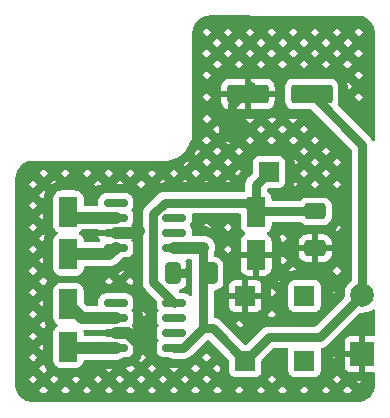
<source format=gbr>
%TF.GenerationSoftware,KiCad,Pcbnew,(6.0.7-1)-1*%
%TF.CreationDate,2022-09-30T15:44:05+02:00*%
%TF.ProjectId,tr707minus10v_kicad,74723730-376d-4696-9e75-733130765f6b,rev?*%
%TF.SameCoordinates,Original*%
%TF.FileFunction,Copper,L1,Top*%
%TF.FilePolarity,Positive*%
%FSLAX46Y46*%
G04 Gerber Fmt 4.6, Leading zero omitted, Abs format (unit mm)*
G04 Created by KiCad (PCBNEW (6.0.7-1)-1) date 2022-09-30 15:44:05*
%MOMM*%
%LPD*%
G01*
G04 APERTURE LIST*
G04 Aperture macros list*
%AMRoundRect*
0 Rectangle with rounded corners*
0 $1 Rounding radius*
0 $2 $3 $4 $5 $6 $7 $8 $9 X,Y pos of 4 corners*
0 Add a 4 corners polygon primitive as box body*
4,1,4,$2,$3,$4,$5,$6,$7,$8,$9,$2,$3,0*
0 Add four circle primitives for the rounded corners*
1,1,$1+$1,$2,$3*
1,1,$1+$1,$4,$5*
1,1,$1+$1,$6,$7*
1,1,$1+$1,$8,$9*
0 Add four rect primitives between the rounded corners*
20,1,$1+$1,$2,$3,$4,$5,0*
20,1,$1+$1,$4,$5,$6,$7,0*
20,1,$1+$1,$6,$7,$8,$9,0*
20,1,$1+$1,$8,$9,$2,$3,0*%
G04 Aperture macros list end*
%TA.AperFunction,SMDPad,CuDef*%
%ADD10RoundRect,0.250000X-0.550000X1.050000X-0.550000X-1.050000X0.550000X-1.050000X0.550000X1.050000X0*%
%TD*%
%TA.AperFunction,SMDPad,CuDef*%
%ADD11RoundRect,0.250000X-1.500000X-0.550000X1.500000X-0.550000X1.500000X0.550000X-1.500000X0.550000X0*%
%TD*%
%TA.AperFunction,SMDPad,CuDef*%
%ADD12RoundRect,0.250000X0.412500X0.650000X-0.412500X0.650000X-0.412500X-0.650000X0.412500X-0.650000X0*%
%TD*%
%TA.AperFunction,SMDPad,CuDef*%
%ADD13RoundRect,0.150000X-0.825000X-0.150000X0.825000X-0.150000X0.825000X0.150000X-0.825000X0.150000X0*%
%TD*%
%TA.AperFunction,ComponentPad*%
%ADD14R,2.000000X2.000000*%
%TD*%
%TA.AperFunction,ComponentPad*%
%ADD15C,2.000000*%
%TD*%
%TA.AperFunction,SMDPad,CuDef*%
%ADD16RoundRect,0.250000X-0.650000X0.412500X-0.650000X-0.412500X0.650000X-0.412500X0.650000X0.412500X0*%
%TD*%
%TA.AperFunction,ComponentPad*%
%ADD17R,1.700000X1.700000*%
%TD*%
%TA.AperFunction,ViaPad*%
%ADD18C,0.800000*%
%TD*%
%TA.AperFunction,Conductor*%
%ADD19C,1.000000*%
%TD*%
%TA.AperFunction,Conductor*%
%ADD20C,0.800000*%
%TD*%
G04 APERTURE END LIST*
D10*
%TO.P,C8,1*%
%TO.N,Net-(C8-Pad1)*%
X7595000Y10705000D03*
%TO.P,C8,2*%
%TO.N,Net-(C8-Pad2)*%
X7595000Y7105000D03*
%TD*%
D11*
%TO.P,C3,1*%
%TO.N,GND*%
X22800000Y28500000D03*
%TO.P,C3,2*%
%TO.N,-10V*%
X28200000Y28500000D03*
%TD*%
D10*
%TO.P,C7,1*%
%TO.N,Net-(C7-Pad1)*%
X7595000Y18525000D03*
%TO.P,C7,2*%
%TO.N,Net-(C7-Pad2)*%
X7595000Y14925000D03*
%TD*%
D12*
%TO.P,C4,1*%
%TO.N,-10V*%
X19557500Y13305000D03*
%TO.P,C4,2*%
%TO.N,GND*%
X16432500Y13305000D03*
%TD*%
D13*
%TO.P,U2,1,NC*%
%TO.N,unconnected-(U2-Pad1)*%
X11620000Y10810000D03*
%TO.P,U2,2,CAP+*%
%TO.N,Net-(C8-Pad1)*%
X11620000Y9540000D03*
%TO.P,U2,3,GND*%
%TO.N,GND*%
X11620000Y8270000D03*
%TO.P,U2,4,CAP-*%
%TO.N,Net-(C8-Pad2)*%
X11620000Y7000000D03*
%TO.P,U2,5,VOUT*%
%TO.N,-10V*%
X16570000Y7000000D03*
%TO.P,U2,6,LV*%
%TO.N,unconnected-(U2-Pad6)*%
X16570000Y8270000D03*
%TO.P,U2,7,OSC*%
%TO.N,unconnected-(U2-Pad7)*%
X16570000Y9540000D03*
%TO.P,U2,8,V+*%
%TO.N,+12V*%
X16570000Y10810000D03*
%TD*%
%TO.P,U1,1,NC*%
%TO.N,unconnected-(U1-Pad1)*%
X11620000Y19310000D03*
%TO.P,U1,2,CAP+*%
%TO.N,Net-(C7-Pad1)*%
X11620000Y18040000D03*
%TO.P,U1,3,GND*%
%TO.N,GND*%
X11620000Y16770000D03*
%TO.P,U1,4,CAP-*%
%TO.N,Net-(C7-Pad2)*%
X11620000Y15500000D03*
%TO.P,U1,5,VOUT*%
%TO.N,-10V*%
X16570000Y15500000D03*
%TO.P,U1,6,LV*%
%TO.N,unconnected-(U1-Pad6)*%
X16570000Y16770000D03*
%TO.P,U1,7,OSC*%
%TO.N,unconnected-(U1-Pad7)*%
X16570000Y18040000D03*
%TO.P,U1,8,V+*%
%TO.N,+12V*%
X16570000Y19310000D03*
%TD*%
D14*
%TO.P,C5,1*%
%TO.N,GND*%
X32500000Y6500000D03*
D15*
%TO.P,C5,2*%
%TO.N,-10V*%
X32500000Y11500000D03*
%TD*%
D16*
%TO.P,C1,1*%
%TO.N,+12V*%
X28500000Y18562500D03*
%TO.P,C1,2*%
%TO.N,GND*%
X28500000Y15437500D03*
%TD*%
D10*
%TO.P,C2,1*%
%TO.N,+12V*%
X23500000Y18500000D03*
%TO.P,C2,2*%
%TO.N,GND*%
X23500000Y14900000D03*
%TD*%
D17*
%TO.P,J1,1,Pin_1*%
%TO.N,-10V*%
X22595000Y5905000D03*
%TD*%
%TO.P,J3,1,Pin_1*%
%TO.N,unconnected-(J3-Pad1)*%
X27595000Y5905000D03*
%TD*%
%TO.P,J4,1,Pin_1*%
%TO.N,unconnected-(J4-Pad1)*%
X27595000Y11405000D03*
%TD*%
%TO.P,J5,1,Pin_1*%
%TO.N,+12V*%
X24595000Y21905000D03*
%TD*%
%TO.P,J2,1,Pin_1*%
%TO.N,GND*%
X22595000Y11405000D03*
%TD*%
D18*
%TO.N,GND*%
X17595000Y13305000D03*
X13427931Y7537931D03*
X13595000Y16905000D03*
X21500000Y25500000D03*
%TD*%
D19*
%TO.N,Net-(C7-Pad1)*%
X8080000Y18040000D02*
X7595000Y18525000D01*
X11620000Y18040000D02*
X8080000Y18040000D01*
D20*
%TO.N,GND*%
X21500000Y27610000D02*
X23095000Y29205000D01*
D19*
X12695862Y8270000D02*
X13427931Y7537931D01*
D20*
X17595000Y13305000D02*
X16432500Y13305000D01*
D19*
X13460000Y16770000D02*
X13595000Y16905000D01*
D20*
X21500000Y25500000D02*
X21500000Y27610000D01*
D19*
X11620000Y8270000D02*
X12695862Y8270000D01*
X11620000Y16770000D02*
X13460000Y16770000D01*
%TO.N,Net-(C7-Pad2)*%
X7595000Y14925000D02*
X11045000Y14925000D01*
X11045000Y14925000D02*
X11620000Y15500000D01*
D20*
%TO.N,-10V*%
X19000000Y13700000D02*
X19000000Y15500000D01*
X32500000Y24200000D02*
X32500000Y11500000D01*
X32500000Y11500000D02*
X28904631Y7904631D01*
X28200000Y28500000D02*
X32500000Y24200000D01*
X19000000Y8664340D02*
X19000000Y13700000D01*
X19835660Y8664340D02*
X22595000Y5905000D01*
X17335660Y7000000D02*
X19000000Y8664340D01*
X16570000Y7000000D02*
X17335660Y7000000D01*
X19000000Y8664340D02*
X19835660Y8664340D01*
D19*
X16570000Y15500000D02*
X19000000Y15500000D01*
D20*
X24594631Y7904631D02*
X22595000Y5905000D01*
X28904631Y7904631D02*
X24594631Y7904631D01*
%TO.N,+12V*%
X23500000Y20810000D02*
X24595000Y21905000D01*
X23500000Y18500000D02*
X23500000Y20810000D01*
X14795000Y18300660D02*
X15804340Y19310000D01*
X22690000Y19310000D02*
X23500000Y18500000D01*
X14795000Y12585000D02*
X14795000Y18300660D01*
X16570000Y10810000D02*
X14795000Y12585000D01*
X15804340Y19310000D02*
X16570000Y19310000D01*
X23562500Y18562500D02*
X23500000Y18500000D01*
X28500000Y18562500D02*
X23562500Y18562500D01*
X16570000Y19310000D02*
X22690000Y19310000D01*
D19*
%TO.N,Net-(C8-Pad1)*%
X8760000Y9540000D02*
X7595000Y10705000D01*
X11620000Y9540000D02*
X8760000Y9540000D01*
%TO.N,Net-(C8-Pad2)*%
X11620000Y7000000D02*
X7700000Y7000000D01*
%TD*%
%TA.AperFunction,Conductor*%
%TO.N,GND*%
G36*
X26413016Y35146094D02*
G01*
X32036293Y35142129D01*
X32055585Y35140629D01*
X32065028Y35139159D01*
X32070646Y35138284D01*
X32070647Y35138284D01*
X32079516Y35136903D01*
X32094772Y35138898D01*
X32120094Y35139641D01*
X32253760Y35130082D01*
X32289063Y35127557D01*
X32306858Y35124999D01*
X32497193Y35083595D01*
X32514442Y35078530D01*
X32696941Y35010462D01*
X32713294Y35002994D01*
X32789870Y34961181D01*
X32884258Y34909642D01*
X32899372Y34899928D01*
X33036047Y34797614D01*
X33055308Y34783196D01*
X33068894Y34771423D01*
X33206620Y34633697D01*
X33218393Y34620111D01*
X33335123Y34464179D01*
X33344843Y34449055D01*
X33438191Y34278099D01*
X33445658Y34261747D01*
X33513729Y34079244D01*
X33518795Y34061993D01*
X33560198Y33871660D01*
X33562756Y33853866D01*
X33574331Y33692018D01*
X33573579Y33673915D01*
X33573479Y33665742D01*
X33572098Y33656872D01*
X33573262Y33647970D01*
X33573262Y33647967D01*
X33576225Y33625311D01*
X33577289Y33608974D01*
X33577292Y24873957D01*
X33577292Y24617384D01*
X33557290Y24549263D01*
X33503634Y24502770D01*
X33433360Y24492666D01*
X33368780Y24522160D01*
X33336369Y24565886D01*
X33334527Y24571556D01*
X33331229Y24577268D01*
X33331227Y24577273D01*
X33300333Y24630782D01*
X33297185Y24636579D01*
X33266129Y24697530D01*
X33257273Y24708467D01*
X33246073Y24724763D01*
X33242343Y24731224D01*
X33242340Y24731228D01*
X33239040Y24736944D01*
X33234623Y24741850D01*
X33234619Y24741855D01*
X33193278Y24787769D01*
X33188994Y24792784D01*
X33178148Y24806177D01*
X33176072Y24808741D01*
X33161557Y24823256D01*
X33157016Y24828041D01*
X33115673Y24873957D01*
X33111253Y24878866D01*
X33099865Y24887140D01*
X33084832Y24899981D01*
X30438479Y27546334D01*
X30404453Y27608646D01*
X30407981Y27675096D01*
X30445632Y27788611D01*
X30445632Y27788613D01*
X30447797Y27795139D01*
X30458500Y27899600D01*
X30458500Y28254086D01*
X31814953Y28254086D01*
X32169921Y27899117D01*
X32524889Y28254085D01*
X32169920Y28609053D01*
X31814953Y28254086D01*
X30458500Y28254086D01*
X30458500Y29100400D01*
X30449955Y29182757D01*
X30448238Y29199308D01*
X30448237Y29199312D01*
X30447526Y29206166D01*
X30420050Y29288523D01*
X30393868Y29366998D01*
X30391550Y29373946D01*
X30328233Y29476264D01*
X31198654Y29476264D01*
X31204509Y29458715D01*
X31206509Y29452125D01*
X31222271Y29394580D01*
X31223908Y29387891D01*
X31229711Y29361019D01*
X31230980Y29354254D01*
X31240368Y29295351D01*
X31241265Y29288523D01*
X31252239Y29182757D01*
X31252534Y29179511D01*
X31254719Y29151382D01*
X31254929Y29148136D01*
X31255602Y29135132D01*
X31255728Y29131878D01*
X31256458Y29103658D01*
X31256500Y29100400D01*
X31256500Y28824174D01*
X31605650Y29173324D01*
X31250682Y29528292D01*
X31198654Y29476264D01*
X30328233Y29476264D01*
X30298478Y29524348D01*
X30173303Y29649305D01*
X30167072Y29653146D01*
X30028968Y29738275D01*
X30028966Y29738276D01*
X30022738Y29742115D01*
X29942995Y29768564D01*
X29861389Y29795632D01*
X29861387Y29795632D01*
X29854861Y29797797D01*
X29848025Y29798497D01*
X29848022Y29798498D01*
X29804969Y29802909D01*
X29750400Y29808500D01*
X26649600Y29808500D01*
X26646354Y29808163D01*
X26646350Y29808163D01*
X26550692Y29798238D01*
X26550688Y29798237D01*
X26543834Y29797526D01*
X26537298Y29795345D01*
X26537296Y29795345D01*
X26520928Y29789884D01*
X26376054Y29741550D01*
X26225652Y29648478D01*
X26100695Y29523303D01*
X26096855Y29517073D01*
X26096854Y29517072D01*
X26021349Y29394580D01*
X26007885Y29372738D01*
X25952203Y29204861D01*
X25951503Y29198025D01*
X25951502Y29198022D01*
X25948972Y29173324D01*
X25941500Y29100400D01*
X25941500Y27899600D01*
X25941837Y27896354D01*
X25941837Y27896350D01*
X25951752Y27800794D01*
X25952474Y27793834D01*
X26008450Y27626054D01*
X26101522Y27475652D01*
X26226697Y27350695D01*
X26232927Y27346855D01*
X26232928Y27346854D01*
X26370288Y27262184D01*
X26377262Y27257885D01*
X26457005Y27231436D01*
X26538611Y27204368D01*
X26538613Y27204368D01*
X26545139Y27202203D01*
X26551975Y27201503D01*
X26551978Y27201502D01*
X26595031Y27197091D01*
X26649600Y27191500D01*
X28171497Y27191500D01*
X28239618Y27171498D01*
X28260592Y27154595D01*
X31554595Y23860592D01*
X31588621Y23798280D01*
X31591500Y23771497D01*
X31591500Y12765964D01*
X31571498Y12697843D01*
X31547331Y12670153D01*
X31430031Y12569969D01*
X31426823Y12566213D01*
X31422558Y12561219D01*
X31275824Y12389416D01*
X31273245Y12385208D01*
X31273241Y12385202D01*
X31154346Y12191183D01*
X31151760Y12186963D01*
X31149867Y12182393D01*
X31149865Y12182389D01*
X31063041Y11972775D01*
X31060895Y11967594D01*
X31046291Y11906762D01*
X31012273Y11765068D01*
X31005465Y11736711D01*
X30986835Y11500000D01*
X30998939Y11346215D01*
X30984343Y11276736D01*
X30962422Y11247235D01*
X28565223Y8850036D01*
X28502911Y8816010D01*
X28476128Y8813131D01*
X24676047Y8813131D01*
X24656338Y8814682D01*
X24642440Y8816883D01*
X24635853Y8816538D01*
X24635848Y8816538D01*
X24574150Y8813304D01*
X24567556Y8813131D01*
X24547021Y8813131D01*
X24540853Y8812483D01*
X24526591Y8810984D01*
X24520016Y8810467D01*
X24458327Y8807234D01*
X24458326Y8807234D01*
X24451727Y8806888D01*
X24438139Y8803247D01*
X24418692Y8799643D01*
X24411275Y8798864D01*
X24411271Y8798863D01*
X24404703Y8798173D01*
X24351403Y8780855D01*
X24339640Y8777033D01*
X24333316Y8775160D01*
X24273641Y8759170D01*
X24273637Y8759169D01*
X24267261Y8757460D01*
X24261379Y8754463D01*
X24254724Y8751072D01*
X24236457Y8743506D01*
X24229359Y8741200D01*
X24229357Y8741199D01*
X24223075Y8739158D01*
X24217353Y8735855D01*
X24217352Y8735854D01*
X24163849Y8704964D01*
X24158054Y8701817D01*
X24097101Y8670760D01*
X24091973Y8666607D01*
X24091971Y8666606D01*
X24086165Y8661904D01*
X24069868Y8650704D01*
X24063407Y8646974D01*
X24063403Y8646971D01*
X24057687Y8643671D01*
X24052781Y8639254D01*
X24052776Y8639250D01*
X24006862Y8597909D01*
X24001847Y8593625D01*
X23993349Y8586743D01*
X23985890Y8580703D01*
X23971375Y8566188D01*
X23966590Y8561647D01*
X23915765Y8515884D01*
X23911886Y8510545D01*
X23911885Y8510544D01*
X23907491Y8504496D01*
X23894650Y8489463D01*
X22705592Y7300405D01*
X22643280Y7266379D01*
X22616497Y7263500D01*
X22573503Y7263500D01*
X22505382Y7283502D01*
X22484408Y7300405D01*
X20704764Y9080049D01*
X21833304Y9080049D01*
X22188272Y8725081D01*
X22413261Y8950070D01*
X22114332Y9249000D01*
X22002255Y9249000D01*
X21833304Y9080049D01*
X20704764Y9080049D01*
X20535641Y9249172D01*
X20522800Y9264205D01*
X20518406Y9270253D01*
X20518405Y9270254D01*
X20514526Y9275593D01*
X20463701Y9321356D01*
X20458916Y9325897D01*
X20444401Y9340412D01*
X20436942Y9346452D01*
X20428444Y9353334D01*
X20423429Y9357618D01*
X20377515Y9398959D01*
X20377510Y9398963D01*
X20372604Y9403380D01*
X20366888Y9406680D01*
X20366884Y9406683D01*
X20360423Y9410413D01*
X20344126Y9421613D01*
X20338320Y9426315D01*
X20338318Y9426316D01*
X20333190Y9430469D01*
X20272237Y9461526D01*
X20266442Y9464673D01*
X20212939Y9495563D01*
X20212938Y9495564D01*
X20207216Y9498867D01*
X20200934Y9500908D01*
X20200932Y9500909D01*
X20193834Y9503215D01*
X20175567Y9510781D01*
X20163030Y9517169D01*
X20096959Y9534873D01*
X20090657Y9536740D01*
X20025588Y9557882D01*
X20019023Y9558572D01*
X20012560Y9559946D01*
X20012949Y9561776D01*
X19955667Y9585348D01*
X19915041Y9643572D01*
X19908500Y9683640D01*
X19908500Y9810898D01*
X24519452Y9810898D01*
X24719219Y9611131D01*
X24912800Y9611131D01*
X25170978Y9869309D01*
X24816010Y10224277D01*
X24655729Y10063996D01*
X24642391Y10028417D01*
X24638949Y10020144D01*
X24606612Y9949597D01*
X24602592Y9941589D01*
X24585436Y9910254D01*
X24580856Y9902554D01*
X24538852Y9837316D01*
X24533739Y9829961D01*
X24519452Y9810898D01*
X19908500Y9810898D01*
X19908500Y10510331D01*
X21237001Y10510331D01*
X21237371Y10503510D01*
X21242895Y10452648D01*
X21246521Y10437396D01*
X21291676Y10316946D01*
X21300214Y10301351D01*
X21376715Y10199276D01*
X21389276Y10186715D01*
X21491351Y10110214D01*
X21506946Y10101676D01*
X21627394Y10056522D01*
X21642649Y10052895D01*
X21693514Y10047369D01*
X21700328Y10047000D01*
X22322885Y10047000D01*
X22338124Y10051475D01*
X22339329Y10052865D01*
X22341000Y10060548D01*
X22341000Y10065116D01*
X22849000Y10065116D01*
X22853475Y10049877D01*
X22854865Y10048672D01*
X22862548Y10047001D01*
X23489669Y10047001D01*
X23496490Y10047371D01*
X23547352Y10052895D01*
X23562604Y10056521D01*
X23683054Y10101676D01*
X23698649Y10110214D01*
X23800724Y10186715D01*
X23813285Y10199276D01*
X23889786Y10301351D01*
X23898324Y10316946D01*
X23943478Y10437394D01*
X23947105Y10452649D01*
X23952631Y10503514D01*
X23952813Y10506866D01*
X26236500Y10506866D01*
X26243255Y10444684D01*
X26294385Y10308295D01*
X26381739Y10191739D01*
X26498295Y10104385D01*
X26634684Y10053255D01*
X26696866Y10046500D01*
X28493134Y10046500D01*
X28555316Y10053255D01*
X28691705Y10104385D01*
X28808261Y10191739D01*
X28895615Y10308295D01*
X28946745Y10444684D01*
X28953500Y10506866D01*
X28953500Y11707787D01*
X29976475Y11707787D01*
X30135454Y11548807D01*
X30194885Y11608238D01*
X30209924Y11799323D01*
X30210409Y11804246D01*
X30215448Y11846821D01*
X30216126Y11851723D01*
X30219219Y11871251D01*
X30220089Y11876123D01*
X30228453Y11918169D01*
X30229513Y11923000D01*
X30241463Y11972775D01*
X29976475Y11707787D01*
X28953500Y11707787D01*
X28953500Y12303134D01*
X28946745Y12365316D01*
X28895615Y12501705D01*
X28808261Y12618261D01*
X28691705Y12705615D01*
X28618400Y12733096D01*
X29661102Y12733096D01*
X29693964Y12645437D01*
X29696500Y12637967D01*
X29715576Y12575428D01*
X29767173Y12627025D01*
X29661102Y12733096D01*
X28618400Y12733096D01*
X28555316Y12756745D01*
X28493134Y12763500D01*
X26696866Y12763500D01*
X26634684Y12756745D01*
X26498295Y12705615D01*
X26381739Y12618261D01*
X26294385Y12501705D01*
X26243255Y12365316D01*
X26236500Y12303134D01*
X26236500Y10506866D01*
X23952813Y10506866D01*
X23953000Y10510328D01*
X23953000Y11132885D01*
X23948525Y11148124D01*
X23947135Y11149329D01*
X23939452Y11151000D01*
X22867115Y11151000D01*
X22851876Y11146525D01*
X22850671Y11145135D01*
X22849000Y11137452D01*
X22849000Y10065116D01*
X22341000Y10065116D01*
X22341000Y11132885D01*
X22336525Y11148124D01*
X22335135Y11149329D01*
X22327452Y11151000D01*
X21255116Y11151000D01*
X21239877Y11146525D01*
X21238672Y11145135D01*
X21237001Y11137452D01*
X21237001Y10510331D01*
X19908500Y10510331D01*
X19908500Y11448568D01*
X24720260Y11448568D01*
X24816010Y11352818D01*
X25170978Y11707786D01*
X24816009Y12062754D01*
X24750999Y11997744D01*
X24750999Y11659000D01*
X24750277Y11645532D01*
X24737800Y11529474D01*
X24735643Y11516159D01*
X24724257Y11463817D01*
X24722646Y11457265D01*
X24720260Y11448568D01*
X19908500Y11448568D01*
X19908500Y11677115D01*
X21237000Y11677115D01*
X21241475Y11661876D01*
X21242865Y11660671D01*
X21250548Y11659000D01*
X22322885Y11659000D01*
X22338124Y11663475D01*
X22339329Y11664865D01*
X22341000Y11672548D01*
X22341000Y11677115D01*
X22849000Y11677115D01*
X22853475Y11661876D01*
X22854865Y11660671D01*
X22862548Y11659000D01*
X23934884Y11659000D01*
X23950123Y11663475D01*
X23951328Y11664865D01*
X23952999Y11672548D01*
X23952999Y12299669D01*
X23952629Y12306490D01*
X23947105Y12357352D01*
X23943479Y12372604D01*
X23898324Y12493054D01*
X23889786Y12508649D01*
X23813285Y12610724D01*
X23800724Y12623285D01*
X23795732Y12627026D01*
X25380281Y12627026D01*
X25465893Y12541414D01*
X25471499Y12564993D01*
X25473564Y12572607D01*
X25493500Y12637967D01*
X25496036Y12645437D01*
X25547166Y12781826D01*
X25550607Y12790098D01*
X25556746Y12803491D01*
X25380281Y12627026D01*
X23795732Y12627026D01*
X23698649Y12699786D01*
X23683054Y12708324D01*
X23562606Y12753478D01*
X23547351Y12757105D01*
X23496486Y12762631D01*
X23489672Y12763000D01*
X22867115Y12763000D01*
X22851876Y12758525D01*
X22850671Y12757135D01*
X22849000Y12749452D01*
X22849000Y11677115D01*
X22341000Y11677115D01*
X22341000Y12744884D01*
X22336525Y12760123D01*
X22335135Y12761328D01*
X22327452Y12762999D01*
X21700331Y12762999D01*
X21693510Y12762629D01*
X21642648Y12757105D01*
X21627396Y12753479D01*
X21506946Y12708324D01*
X21491351Y12699786D01*
X21389276Y12623285D01*
X21376715Y12610724D01*
X21300214Y12508649D01*
X21291676Y12493054D01*
X21246522Y12372606D01*
X21242895Y12357351D01*
X21237369Y12306486D01*
X21237000Y12299672D01*
X21237000Y11677115D01*
X19908500Y11677115D01*
X19908500Y11771287D01*
X19928502Y11839408D01*
X19982158Y11885901D01*
X20021496Y11896614D01*
X20055905Y11900184D01*
X20119307Y11906762D01*
X20119310Y11906763D01*
X20126166Y11907474D01*
X20132702Y11909655D01*
X20132704Y11909655D01*
X20286998Y11961132D01*
X20293946Y11963450D01*
X20444348Y12056522D01*
X20569305Y12181697D01*
X20575152Y12191183D01*
X20658275Y12326032D01*
X20658276Y12326034D01*
X20662115Y12332262D01*
X20696428Y12435714D01*
X20715632Y12493611D01*
X20715632Y12493613D01*
X20717797Y12500139D01*
X20719132Y12513163D01*
X20728172Y12601402D01*
X20728500Y12604600D01*
X20728500Y13802905D01*
X22192001Y13802905D01*
X22192338Y13796386D01*
X22202257Y13700794D01*
X22205149Y13687400D01*
X22256588Y13533216D01*
X22262761Y13520038D01*
X22348063Y13382193D01*
X22357099Y13370792D01*
X22471829Y13256261D01*
X22483240Y13247249D01*
X22621243Y13162184D01*
X22634424Y13156037D01*
X22788710Y13104862D01*
X22802086Y13101995D01*
X22896438Y13092328D01*
X22902854Y13092000D01*
X23227885Y13092000D01*
X23243124Y13096475D01*
X23244329Y13097865D01*
X23246000Y13105548D01*
X23246000Y13110116D01*
X23754000Y13110116D01*
X23758475Y13094877D01*
X23759865Y13093672D01*
X23767548Y13092001D01*
X24097095Y13092001D01*
X24103614Y13092338D01*
X24199206Y13102257D01*
X24212600Y13105149D01*
X24366784Y13156588D01*
X24379962Y13162761D01*
X24517807Y13248063D01*
X24529208Y13257099D01*
X24643739Y13371829D01*
X24652751Y13383240D01*
X24737816Y13521243D01*
X24743963Y13534424D01*
X24747891Y13546265D01*
X26299520Y13546265D01*
X26345295Y13500489D01*
X26354564Y13503964D01*
X26362033Y13506500D01*
X26427393Y13526436D01*
X26435007Y13528501D01*
X26465629Y13535782D01*
X26473355Y13537365D01*
X26524945Y13546265D01*
X29976475Y13546265D01*
X30331443Y13191296D01*
X30686411Y13546264D01*
X30331442Y13901232D01*
X29976475Y13546265D01*
X26524945Y13546265D01*
X26540689Y13548981D01*
X26548501Y13550078D01*
X26610683Y13556833D01*
X26614078Y13557155D01*
X26643517Y13559549D01*
X26646916Y13559780D01*
X26660524Y13560517D01*
X26663930Y13560655D01*
X26693458Y13561454D01*
X26696866Y13561500D01*
X26994219Y13561500D01*
X26654487Y13901232D01*
X26299520Y13546265D01*
X24747891Y13546265D01*
X24795138Y13688710D01*
X24798005Y13702086D01*
X24807672Y13796438D01*
X24808000Y13802854D01*
X24808000Y14627885D01*
X24803525Y14643124D01*
X24802135Y14644329D01*
X24794452Y14646000D01*
X23772115Y14646000D01*
X23756876Y14641525D01*
X23755671Y14640135D01*
X23754000Y14632452D01*
X23754000Y13110116D01*
X23246000Y13110116D01*
X23246000Y14627885D01*
X23241525Y14643124D01*
X23240135Y14644329D01*
X23232452Y14646000D01*
X22210116Y14646000D01*
X22194877Y14641525D01*
X22193672Y14640135D01*
X22192001Y14632452D01*
X22192001Y13802905D01*
X20728500Y13802905D01*
X20728500Y14005400D01*
X20725737Y14032034D01*
X20718238Y14104308D01*
X20718237Y14104312D01*
X20717526Y14111166D01*
X20709899Y14134029D01*
X20671192Y14250045D01*
X20661550Y14278946D01*
X20568478Y14429348D01*
X20443303Y14554305D01*
X20437072Y14558146D01*
X20298968Y14643275D01*
X20298966Y14643276D01*
X20292738Y14647115D01*
X20173480Y14686671D01*
X25601449Y14686671D01*
X25604718Y14663931D01*
X25606000Y14646000D01*
X25606000Y14239783D01*
X25735248Y14110535D01*
X26090217Y14465503D01*
X25735249Y14820471D01*
X25601449Y14686671D01*
X20173480Y14686671D01*
X20158339Y14691693D01*
X20131389Y14700632D01*
X20131387Y14700632D01*
X20124861Y14702797D01*
X20118023Y14703498D01*
X20118021Y14703498D01*
X20057613Y14709687D01*
X20021658Y14713371D01*
X19955930Y14740212D01*
X19915148Y14798327D01*
X19908500Y14838715D01*
X19908500Y14977905D01*
X27092001Y14977905D01*
X27092338Y14971386D01*
X27102257Y14875794D01*
X27105149Y14862400D01*
X27156588Y14708216D01*
X27162761Y14695038D01*
X27248063Y14557193D01*
X27257099Y14545792D01*
X27371829Y14431261D01*
X27383240Y14422249D01*
X27521243Y14337184D01*
X27534424Y14331037D01*
X27688710Y14279862D01*
X27702086Y14276995D01*
X27796438Y14267328D01*
X27802854Y14267000D01*
X28227885Y14267000D01*
X28243124Y14271475D01*
X28244329Y14272865D01*
X28246000Y14280548D01*
X28246000Y14285116D01*
X28754000Y14285116D01*
X28758475Y14269877D01*
X28759865Y14268672D01*
X28767548Y14267001D01*
X29197095Y14267001D01*
X29203614Y14267338D01*
X29299206Y14277257D01*
X29312600Y14280149D01*
X29466784Y14331588D01*
X29479962Y14337761D01*
X29617807Y14423063D01*
X29629208Y14432099D01*
X29743739Y14546829D01*
X29752751Y14558240D01*
X29837816Y14696243D01*
X29843963Y14709424D01*
X29895138Y14863710D01*
X29898005Y14877086D01*
X29907672Y14971438D01*
X29908000Y14977854D01*
X29908000Y15165385D01*
X29903525Y15180624D01*
X29902135Y15181829D01*
X29894452Y15183500D01*
X28772115Y15183500D01*
X28756876Y15179025D01*
X28755671Y15177635D01*
X28754000Y15169952D01*
X28754000Y14285116D01*
X28246000Y14285116D01*
X28246000Y15165385D01*
X28241525Y15180624D01*
X28240135Y15181829D01*
X28232452Y15183500D01*
X27110116Y15183500D01*
X27094877Y15179025D01*
X27093672Y15177635D01*
X27092001Y15169952D01*
X27092001Y14977905D01*
X19908500Y14977905D01*
X19908500Y15027890D01*
X19923664Y15087818D01*
X19934198Y15107299D01*
X19992682Y15296232D01*
X19993326Y15302358D01*
X20000055Y15366377D01*
X20802451Y15366377D01*
X21139054Y15029774D01*
X21394000Y15284720D01*
X21394000Y15484765D01*
X21139055Y15739710D01*
X20806764Y15407419D01*
X20802451Y15366377D01*
X20000055Y15366377D01*
X20012711Y15486796D01*
X20012711Y15486798D01*
X20013355Y15492925D01*
X19995430Y15689888D01*
X19993230Y15697365D01*
X19941330Y15873706D01*
X19939590Y15879619D01*
X19903312Y15949013D01*
X19878175Y15997095D01*
X19847960Y16054890D01*
X19724032Y16209025D01*
X19572526Y16336154D01*
X19567128Y16339121D01*
X19567123Y16339125D01*
X19423820Y16417905D01*
X19399213Y16431433D01*
X19393346Y16433294D01*
X19393344Y16433295D01*
X19216564Y16489373D01*
X19216563Y16489373D01*
X19210694Y16491235D01*
X19056773Y16508500D01*
X18179500Y16508500D01*
X18111379Y16528502D01*
X18064886Y16582158D01*
X18053500Y16634500D01*
X18053500Y16986502D01*
X18052869Y16994518D01*
X18051067Y17017421D01*
X18051066Y17017426D01*
X18050562Y17023831D01*
X18011582Y17158002D01*
X18006357Y17175988D01*
X18006356Y17175990D01*
X18004145Y17183601D01*
X17931463Y17306500D01*
X19028891Y17306500D01*
X19056773Y17306500D01*
X19060291Y17306451D01*
X19090760Y17305600D01*
X19094273Y17305453D01*
X19108318Y17304668D01*
X19111830Y17304422D01*
X19142223Y17301870D01*
X19145725Y17301527D01*
X19299646Y17284262D01*
X19305746Y17283426D01*
X19358407Y17274897D01*
X19364460Y17273764D01*
X19388514Y17268651D01*
X19394502Y17267225D01*
X19446074Y17253599D01*
X19451987Y17251881D01*
X19628283Y17195956D01*
X19655546Y17223219D01*
X19655545Y17223220D01*
X20784087Y17223220D01*
X21139055Y16868251D01*
X21418680Y17147876D01*
X21409632Y17204649D01*
X21408735Y17211477D01*
X21397761Y17317243D01*
X21397537Y17319704D01*
X21139054Y17578187D01*
X20784087Y17223220D01*
X19655545Y17223220D01*
X19300578Y17578187D01*
X19028891Y17306500D01*
X17931463Y17306500D01*
X17919453Y17326807D01*
X17916771Y17329489D01*
X17891498Y17393861D01*
X17905400Y17463484D01*
X17915572Y17479312D01*
X17919453Y17483193D01*
X18004145Y17626399D01*
X18050562Y17786169D01*
X18052516Y17810986D01*
X18053307Y17821042D01*
X18053307Y17821050D01*
X18053500Y17823498D01*
X18053500Y18256502D01*
X18052783Y18265616D01*
X18067380Y18335096D01*
X18117223Y18385654D01*
X18178395Y18401500D01*
X22065500Y18401500D01*
X22133621Y18381498D01*
X22180114Y18327842D01*
X22191500Y18275500D01*
X22191500Y17399600D01*
X22191837Y17396354D01*
X22191837Y17396350D01*
X22201676Y17301527D01*
X22202474Y17293834D01*
X22204655Y17287298D01*
X22204655Y17287296D01*
X22233795Y17199955D01*
X22258450Y17126054D01*
X22351522Y16975652D01*
X22476697Y16850695D01*
X22547648Y16806960D01*
X22595140Y16754189D01*
X22606564Y16684117D01*
X22578290Y16618994D01*
X22547834Y16592557D01*
X22482193Y16551937D01*
X22470792Y16542901D01*
X22356261Y16428171D01*
X22347249Y16416760D01*
X22262184Y16278757D01*
X22256037Y16265576D01*
X22204862Y16111290D01*
X22201995Y16097914D01*
X22192328Y16003562D01*
X22192000Y15997145D01*
X22192000Y15172115D01*
X22196475Y15156876D01*
X22197865Y15155671D01*
X22205548Y15154000D01*
X24789884Y15154000D01*
X24805123Y15158475D01*
X24806328Y15159865D01*
X24807999Y15167548D01*
X24807999Y15709615D01*
X27092000Y15709615D01*
X27096475Y15694376D01*
X27097865Y15693171D01*
X27105548Y15691500D01*
X28227885Y15691500D01*
X28243124Y15695975D01*
X28244329Y15697365D01*
X28246000Y15705048D01*
X28246000Y15709615D01*
X28754000Y15709615D01*
X28758475Y15694376D01*
X28759865Y15693171D01*
X28767548Y15691500D01*
X29889884Y15691500D01*
X29905123Y15695975D01*
X29906328Y15697365D01*
X29907999Y15705048D01*
X29907999Y15897095D01*
X29907662Y15903614D01*
X29897743Y15999206D01*
X29894851Y16012600D01*
X29843412Y16166784D01*
X29837239Y16179962D01*
X29751937Y16317807D01*
X29742901Y16329208D01*
X29628171Y16443739D01*
X29616760Y16452751D01*
X29478757Y16537816D01*
X29465576Y16543963D01*
X29311290Y16595138D01*
X29297914Y16598005D01*
X29203562Y16607672D01*
X29197145Y16608000D01*
X28772115Y16608000D01*
X28756876Y16603525D01*
X28755671Y16602135D01*
X28754000Y16594452D01*
X28754000Y15709615D01*
X28246000Y15709615D01*
X28246000Y16589884D01*
X28241525Y16605123D01*
X28240135Y16606328D01*
X28232452Y16607999D01*
X27802905Y16607999D01*
X27796386Y16607662D01*
X27700794Y16597743D01*
X27687400Y16594851D01*
X27533216Y16543412D01*
X27520038Y16537239D01*
X27382193Y16451937D01*
X27370792Y16442901D01*
X27256261Y16328171D01*
X27247249Y16316760D01*
X27162184Y16178757D01*
X27156037Y16165576D01*
X27104862Y16011290D01*
X27101995Y15997914D01*
X27092328Y15903562D01*
X27092000Y15897145D01*
X27092000Y15709615D01*
X24807999Y15709615D01*
X24807999Y15997095D01*
X24807662Y16003614D01*
X24797743Y16099206D01*
X24794851Y16112600D01*
X24743412Y16266784D01*
X24737239Y16279962D01*
X24651937Y16417807D01*
X24642901Y16429208D01*
X24624156Y16447920D01*
X25524220Y16447920D01*
X25554016Y16358609D01*
X25556016Y16352019D01*
X25571778Y16294472D01*
X25573415Y16287783D01*
X25579218Y16260910D01*
X25580487Y16254145D01*
X25589874Y16195245D01*
X25590771Y16188417D01*
X25601738Y16082716D01*
X25601757Y16082504D01*
X25735248Y15949013D01*
X26090217Y16303981D01*
X25735249Y16658949D01*
X25524220Y16447920D01*
X24624156Y16447920D01*
X24528171Y16543739D01*
X24516760Y16552751D01*
X24452354Y16592451D01*
X24404861Y16645223D01*
X24393437Y16715294D01*
X24421711Y16780418D01*
X24452167Y16806855D01*
X24452339Y16806961D01*
X24524348Y16851522D01*
X24649305Y16976697D01*
X24653146Y16982928D01*
X24663398Y16999560D01*
X30200908Y16999560D01*
X30311864Y16888796D01*
X30316886Y16883483D01*
X30322447Y16877247D01*
X30331443Y16868251D01*
X30686411Y17223219D01*
X30513676Y17395953D01*
X30428617Y17257962D01*
X30424602Y17251852D01*
X30388297Y17199955D01*
X30383934Y17194089D01*
X30365847Y17171187D01*
X30361152Y17165584D01*
X30319082Y17118240D01*
X30314068Y17112917D01*
X30200908Y16999560D01*
X24663398Y16999560D01*
X24738275Y17121032D01*
X24738276Y17121034D01*
X24742115Y17127262D01*
X24776689Y17231500D01*
X24795632Y17288611D01*
X24795632Y17288613D01*
X24797797Y17295139D01*
X24798774Y17304668D01*
X24807670Y17391500D01*
X24808500Y17399600D01*
X24808500Y17528000D01*
X24828502Y17596121D01*
X24882158Y17642614D01*
X24934500Y17654000D01*
X27221085Y17654000D01*
X27289206Y17633998D01*
X27310103Y17617173D01*
X27376697Y17550695D01*
X27382927Y17546855D01*
X27382928Y17546854D01*
X27520090Y17462306D01*
X27527262Y17457885D01*
X27607005Y17431436D01*
X27688611Y17404368D01*
X27688613Y17404368D01*
X27695139Y17402203D01*
X27701975Y17401503D01*
X27701978Y17401502D01*
X27745031Y17397091D01*
X27799600Y17391500D01*
X29200400Y17391500D01*
X29203646Y17391837D01*
X29203650Y17391837D01*
X29299308Y17401762D01*
X29299312Y17401763D01*
X29306166Y17402474D01*
X29312702Y17404655D01*
X29312704Y17404655D01*
X29444806Y17448728D01*
X29473946Y17458450D01*
X29624348Y17551522D01*
X29749305Y17676697D01*
X29820736Y17792579D01*
X29838275Y17821032D01*
X29838276Y17821034D01*
X29842115Y17827262D01*
X29897797Y17995139D01*
X29908500Y18099600D01*
X29908500Y19025400D01*
X29906103Y19048500D01*
X29898238Y19124308D01*
X29898237Y19124312D01*
X29897526Y19131166D01*
X29841550Y19298946D01*
X29748478Y19449348D01*
X29623303Y19574305D01*
X29591534Y19593888D01*
X29478968Y19663275D01*
X29478966Y19663276D01*
X29472738Y19667115D01*
X29375679Y19699308D01*
X29311389Y19720632D01*
X29311387Y19720632D01*
X29304861Y19722797D01*
X29298025Y19723497D01*
X29298022Y19723498D01*
X29254969Y19727909D01*
X29200400Y19733500D01*
X27799600Y19733500D01*
X27796354Y19733163D01*
X27796350Y19733163D01*
X27700692Y19723238D01*
X27700688Y19723237D01*
X27693834Y19722526D01*
X27687298Y19720345D01*
X27687296Y19720345D01*
X27644797Y19706166D01*
X27526054Y19666550D01*
X27375652Y19573478D01*
X27370479Y19568296D01*
X27310270Y19507982D01*
X27247987Y19473903D01*
X27221097Y19471000D01*
X24934500Y19471000D01*
X24866379Y19491002D01*
X24819886Y19544658D01*
X24809171Y19593914D01*
X24808668Y19593888D01*
X24808509Y19596958D01*
X24808500Y19597000D01*
X24808500Y19600400D01*
X24805906Y19625400D01*
X24798238Y19699308D01*
X24798237Y19699312D01*
X24797526Y19706166D01*
X24792796Y19720345D01*
X24743868Y19866998D01*
X24741550Y19873946D01*
X24648478Y20024348D01*
X24523303Y20149305D01*
X24517075Y20153144D01*
X24517070Y20153148D01*
X24468383Y20183159D01*
X24420890Y20235931D01*
X24408500Y20290418D01*
X24408500Y20381497D01*
X24428502Y20449618D01*
X24445405Y20470592D01*
X24484408Y20509595D01*
X24546720Y20543621D01*
X24573503Y20546500D01*
X25493134Y20546500D01*
X25516497Y20549038D01*
X26650656Y20549038D01*
X26654487Y20545207D01*
X27009456Y20900175D01*
X28137997Y20900175D01*
X28492966Y20545207D01*
X28847933Y20900174D01*
X29976475Y20900174D01*
X30331442Y20545207D01*
X30686411Y20900175D01*
X30331443Y21255143D01*
X29976475Y20900174D01*
X28847933Y20900174D01*
X28492965Y21255143D01*
X28137997Y20900175D01*
X27009456Y20900175D01*
X26751500Y21158131D01*
X26751500Y21006866D01*
X26751454Y21003458D01*
X26750655Y20973930D01*
X26750517Y20970524D01*
X26749780Y20956916D01*
X26749549Y20953517D01*
X26747155Y20924078D01*
X26746833Y20920683D01*
X26740078Y20858501D01*
X26738981Y20850689D01*
X26727365Y20783355D01*
X26725782Y20775629D01*
X26718501Y20745007D01*
X26716436Y20737393D01*
X26696500Y20672033D01*
X26693964Y20664563D01*
X26650656Y20549038D01*
X25516497Y20549038D01*
X25555316Y20553255D01*
X25691705Y20604385D01*
X25808261Y20691739D01*
X25895615Y20808295D01*
X25946745Y20944684D01*
X25953500Y21006866D01*
X25953500Y21819413D01*
X27218758Y21819413D01*
X27573726Y21464445D01*
X27928693Y21819413D01*
X29057236Y21819413D01*
X29412204Y21464445D01*
X29767172Y21819414D01*
X29412205Y22174381D01*
X29057236Y21819413D01*
X27928693Y21819413D01*
X27928694Y21819414D01*
X27573727Y22174381D01*
X27218758Y21819413D01*
X25953500Y21819413D01*
X25953500Y22803134D01*
X25946745Y22865316D01*
X25895615Y23001705D01*
X25882269Y23019512D01*
X26728596Y23019512D01*
X26738981Y22959311D01*
X26740078Y22951499D01*
X26746833Y22889317D01*
X26747155Y22885922D01*
X26749549Y22856483D01*
X26749780Y22853084D01*
X26750517Y22839476D01*
X26750655Y22836070D01*
X26751454Y22806542D01*
X26751500Y22803134D01*
X26751500Y22480696D01*
X27009456Y22738652D01*
X28137997Y22738652D01*
X28492965Y22383684D01*
X28847933Y22738653D01*
X29976475Y22738653D01*
X30331443Y22383684D01*
X30686411Y22738652D01*
X30331442Y23093620D01*
X29976475Y22738653D01*
X28847933Y22738653D01*
X28492966Y23093620D01*
X28137997Y22738652D01*
X27009456Y22738652D01*
X26728596Y23019512D01*
X25882269Y23019512D01*
X25808261Y23118261D01*
X25691705Y23205615D01*
X25555316Y23256745D01*
X25493134Y23263500D01*
X23696866Y23263500D01*
X23634684Y23256745D01*
X23498295Y23205615D01*
X23381739Y23118261D01*
X23294385Y23001705D01*
X23243255Y22865316D01*
X23236500Y22803134D01*
X23236500Y21883503D01*
X23216498Y21815382D01*
X23199595Y21794408D01*
X22915168Y21509981D01*
X22900135Y21497140D01*
X22888747Y21488866D01*
X22884327Y21483957D01*
X22842984Y21438041D01*
X22838443Y21433256D01*
X22823928Y21418741D01*
X22821852Y21416177D01*
X22811006Y21402784D01*
X22806722Y21397769D01*
X22765381Y21351855D01*
X22765377Y21351850D01*
X22760960Y21346944D01*
X22757660Y21341228D01*
X22757657Y21341224D01*
X22753927Y21334763D01*
X22742727Y21318467D01*
X22733871Y21307530D01*
X22707179Y21255143D01*
X22702815Y21246579D01*
X22699669Y21240785D01*
X22665473Y21181556D01*
X22663432Y21175274D01*
X22663431Y21175272D01*
X22661125Y21168174D01*
X22653560Y21149908D01*
X22647171Y21137370D01*
X22645463Y21130997D01*
X22645463Y21130996D01*
X22629469Y21071305D01*
X22627600Y21064997D01*
X22606458Y20999928D01*
X22605768Y20993363D01*
X22605766Y20993354D01*
X22604985Y20985925D01*
X22601383Y20966491D01*
X22600812Y20964359D01*
X22597743Y20952903D01*
X22597398Y20946312D01*
X22597397Y20946308D01*
X22594164Y20884616D01*
X22593647Y20878042D01*
X22591844Y20860884D01*
X22591500Y20857610D01*
X22591500Y20837074D01*
X22591327Y20830480D01*
X22589788Y20801109D01*
X22587748Y20762190D01*
X22588780Y20755675D01*
X22589949Y20748295D01*
X22591500Y20728583D01*
X22591500Y20344500D01*
X22571498Y20276379D01*
X22517842Y20229886D01*
X22465500Y20218500D01*
X15885756Y20218500D01*
X15866047Y20220051D01*
X15852149Y20222252D01*
X15845562Y20221907D01*
X15845557Y20221907D01*
X15783859Y20218673D01*
X15777265Y20218500D01*
X15756730Y20218500D01*
X15750562Y20217852D01*
X15736300Y20216353D01*
X15729725Y20215836D01*
X15668036Y20212603D01*
X15668035Y20212603D01*
X15661436Y20212257D01*
X15647848Y20208616D01*
X15628401Y20205012D01*
X15620984Y20204233D01*
X15620980Y20204232D01*
X15614412Y20203542D01*
X15557616Y20185088D01*
X15549349Y20182402D01*
X15543025Y20180529D01*
X15483350Y20164539D01*
X15483346Y20164538D01*
X15476970Y20162829D01*
X15471088Y20159832D01*
X15464433Y20156441D01*
X15446166Y20148875D01*
X15439068Y20146569D01*
X15439066Y20146568D01*
X15432784Y20144527D01*
X15383490Y20116067D01*
X15373558Y20110333D01*
X15367763Y20107186D01*
X15306810Y20076129D01*
X15301682Y20071976D01*
X15301680Y20071975D01*
X15295874Y20067273D01*
X15279577Y20056073D01*
X15273116Y20052343D01*
X15273112Y20052340D01*
X15267396Y20049040D01*
X15262490Y20044623D01*
X15262485Y20044619D01*
X15216571Y20003278D01*
X15211556Y19998994D01*
X15203058Y19992112D01*
X15195599Y19986072D01*
X15181084Y19971557D01*
X15176299Y19967016D01*
X15125474Y19921253D01*
X15121595Y19915914D01*
X15121594Y19915913D01*
X15117200Y19909865D01*
X15104359Y19894832D01*
X14210168Y19000641D01*
X14195135Y18987800D01*
X14183747Y18979526D01*
X14179327Y18974617D01*
X14137984Y18928701D01*
X14133443Y18923916D01*
X14118928Y18909401D01*
X14116852Y18906837D01*
X14106006Y18893444D01*
X14101722Y18888429D01*
X14060381Y18842515D01*
X14060377Y18842510D01*
X14055960Y18837604D01*
X14052660Y18831888D01*
X14052657Y18831884D01*
X14048927Y18825423D01*
X14037727Y18809127D01*
X14028871Y18798190D01*
X14005944Y18753193D01*
X13997815Y18737239D01*
X13994669Y18731445D01*
X13960473Y18672216D01*
X13958432Y18665934D01*
X13958431Y18665932D01*
X13956125Y18658834D01*
X13948560Y18640568D01*
X13942171Y18628030D01*
X13940463Y18621657D01*
X13940463Y18621656D01*
X13924469Y18561965D01*
X13922600Y18555657D01*
X13901458Y18490588D01*
X13900768Y18484023D01*
X13900766Y18484014D01*
X13899985Y18476585D01*
X13896383Y18457151D01*
X13894453Y18449946D01*
X13892743Y18443563D01*
X13892398Y18436972D01*
X13892397Y18436968D01*
X13889164Y18375276D01*
X13888647Y18368702D01*
X13886844Y18351544D01*
X13886500Y18348270D01*
X13886500Y18327734D01*
X13886327Y18321140D01*
X13882748Y18252850D01*
X13883780Y18246335D01*
X13884949Y18238955D01*
X13886500Y18219243D01*
X13886500Y12666417D01*
X13884949Y12646708D01*
X13882748Y12632810D01*
X13883093Y12626223D01*
X13883093Y12626218D01*
X13886327Y12564520D01*
X13886500Y12557926D01*
X13886500Y12537390D01*
X13886844Y12534118D01*
X13886844Y12534116D01*
X13888647Y12516958D01*
X13889164Y12510384D01*
X13890060Y12493297D01*
X13892743Y12442097D01*
X13894453Y12435716D01*
X13894453Y12435714D01*
X13896383Y12428509D01*
X13899985Y12409075D01*
X13900766Y12401646D01*
X13900768Y12401637D01*
X13901458Y12395072D01*
X13922600Y12330003D01*
X13924467Y12323701D01*
X13942171Y12257630D01*
X13948559Y12245093D01*
X13956125Y12226826D01*
X13957670Y12222072D01*
X13960473Y12213444D01*
X13963776Y12207722D01*
X13963777Y12207721D01*
X13994667Y12154218D01*
X13997814Y12148423D01*
X14028871Y12087470D01*
X14033024Y12082342D01*
X14033025Y12082340D01*
X14037727Y12076534D01*
X14048927Y12060237D01*
X14052657Y12053776D01*
X14052660Y12053772D01*
X14055960Y12048056D01*
X14060377Y12043150D01*
X14060381Y12043145D01*
X14101722Y11997231D01*
X14106006Y11992216D01*
X14118928Y11976259D01*
X14133443Y11961744D01*
X14137984Y11956959D01*
X14183747Y11906134D01*
X14189086Y11902255D01*
X14189087Y11902254D01*
X14195135Y11897860D01*
X14210168Y11885019D01*
X15049595Y11045592D01*
X15083621Y10983280D01*
X15086500Y10956497D01*
X15086500Y10593498D01*
X15089438Y10556169D01*
X15135855Y10396399D01*
X15220547Y10253193D01*
X15223229Y10250511D01*
X15248502Y10186139D01*
X15234600Y10116516D01*
X15224428Y10100688D01*
X15220547Y10096807D01*
X15135855Y9953601D01*
X15089438Y9793831D01*
X15088934Y9787426D01*
X15088933Y9787421D01*
X15086694Y9758973D01*
X15086500Y9756502D01*
X15086500Y9323498D01*
X15086693Y9321050D01*
X15086693Y9321042D01*
X15087953Y9305039D01*
X15089438Y9286169D01*
X15135855Y9126399D01*
X15220547Y8983193D01*
X15223229Y8980511D01*
X15248502Y8916139D01*
X15234600Y8846516D01*
X15224428Y8830688D01*
X15220547Y8826807D01*
X15135855Y8683601D01*
X15133644Y8675990D01*
X15133643Y8675988D01*
X15119790Y8628303D01*
X15089438Y8523831D01*
X15088934Y8517426D01*
X15088933Y8517421D01*
X15088392Y8510544D01*
X15086500Y8486502D01*
X15086500Y8053498D01*
X15086693Y8051050D01*
X15086693Y8051042D01*
X15088284Y8030832D01*
X15089438Y8016169D01*
X15114056Y7931433D01*
X15133586Y7864210D01*
X15135855Y7856399D01*
X15220547Y7713193D01*
X15223229Y7710511D01*
X15248502Y7646139D01*
X15234600Y7576516D01*
X15224428Y7560688D01*
X15220547Y7556807D01*
X15135855Y7413601D01*
X15089438Y7253831D01*
X15088934Y7247426D01*
X15088933Y7247421D01*
X15086693Y7218958D01*
X15086500Y7216502D01*
X15086500Y6783498D01*
X15086693Y6781050D01*
X15086693Y6781042D01*
X15088822Y6754000D01*
X15089438Y6746169D01*
X15135855Y6586399D01*
X15139892Y6579573D01*
X15216509Y6450020D01*
X15216511Y6450017D01*
X15220547Y6443193D01*
X15338193Y6325547D01*
X15345017Y6321511D01*
X15345020Y6321509D01*
X15407851Y6284351D01*
X15481399Y6240855D01*
X15489010Y6238644D01*
X15489012Y6238643D01*
X15526042Y6227885D01*
X15641169Y6194438D01*
X15647574Y6193934D01*
X15647579Y6193933D01*
X15676042Y6191693D01*
X15676050Y6191693D01*
X15678498Y6191500D01*
X16119603Y6191500D01*
X16182602Y6174620D01*
X16198444Y6165473D01*
X16380072Y6106458D01*
X16386633Y6105768D01*
X16386635Y6105768D01*
X16428358Y6101383D01*
X16522390Y6091500D01*
X17254243Y6091500D01*
X17273952Y6089949D01*
X17287850Y6087748D01*
X17294437Y6088093D01*
X17294442Y6088093D01*
X17356140Y6091327D01*
X17362734Y6091500D01*
X17383270Y6091500D01*
X17386542Y6091844D01*
X17386544Y6091844D01*
X17403702Y6093647D01*
X17410276Y6094164D01*
X17471968Y6097397D01*
X17471972Y6097398D01*
X17478563Y6097743D01*
X17484944Y6099453D01*
X17484946Y6099453D01*
X17492151Y6101383D01*
X17511585Y6104985D01*
X17519014Y6105766D01*
X17519023Y6105768D01*
X17525588Y6106458D01*
X17590657Y6127600D01*
X17596959Y6129467D01*
X17663030Y6147171D01*
X17675568Y6153560D01*
X17693834Y6161125D01*
X17700932Y6163431D01*
X17700934Y6163432D01*
X17707216Y6165473D01*
X17723058Y6174619D01*
X17753776Y6192354D01*
X18945609Y6192354D01*
X19300578Y5837386D01*
X19655545Y6192353D01*
X19300577Y6547322D01*
X18945609Y6192354D01*
X17753776Y6192354D01*
X17766445Y6199669D01*
X17772239Y6202815D01*
X17833190Y6233871D01*
X17844127Y6242727D01*
X17860423Y6253927D01*
X17866884Y6257657D01*
X17866888Y6257660D01*
X17872604Y6260960D01*
X17877510Y6265377D01*
X17877515Y6265381D01*
X17923429Y6306722D01*
X17928444Y6311006D01*
X17936942Y6317888D01*
X17944401Y6323928D01*
X17958916Y6338443D01*
X17963701Y6342984D01*
X18009617Y6384327D01*
X18014526Y6388747D01*
X18022800Y6400135D01*
X18035641Y6415168D01*
X19328735Y7708262D01*
X19391047Y7742288D01*
X19461862Y7737223D01*
X19506925Y7708262D01*
X21199595Y6015592D01*
X21233621Y5953280D01*
X21236500Y5926497D01*
X21236500Y5006866D01*
X21243255Y4944684D01*
X21294385Y4808295D01*
X21381739Y4691739D01*
X21498295Y4604385D01*
X21634684Y4553255D01*
X21696866Y4546500D01*
X23493134Y4546500D01*
X23555316Y4553255D01*
X23691705Y4604385D01*
X23808261Y4691739D01*
X23895615Y4808295D01*
X23946745Y4944684D01*
X23953500Y5006866D01*
X23953500Y5926497D01*
X23973502Y5994618D01*
X23990405Y6015592D01*
X24934039Y6959226D01*
X24996351Y6993252D01*
X25023134Y6996131D01*
X26117037Y6996131D01*
X26185158Y6976129D01*
X26231651Y6922473D01*
X26242300Y6856524D01*
X26236500Y6803134D01*
X26236500Y5006866D01*
X26243255Y4944684D01*
X26294385Y4808295D01*
X26381739Y4691739D01*
X26498295Y4604385D01*
X26634684Y4553255D01*
X26696866Y4546500D01*
X28493134Y4546500D01*
X28555316Y4553255D01*
X28691705Y4604385D01*
X28808261Y4691739D01*
X28895615Y4808295D01*
X28946745Y4944684D01*
X28953500Y5006866D01*
X28953500Y5455331D01*
X30992001Y5455331D01*
X30992371Y5448510D01*
X30997895Y5397648D01*
X31001521Y5382396D01*
X31046676Y5261946D01*
X31055214Y5246351D01*
X31131715Y5144276D01*
X31144276Y5131715D01*
X31246351Y5055214D01*
X31261946Y5046676D01*
X31382394Y5001522D01*
X31397649Y4997895D01*
X31448514Y4992369D01*
X31455328Y4992000D01*
X32227885Y4992000D01*
X32243124Y4996475D01*
X32244329Y4997865D01*
X32246000Y5005548D01*
X32246000Y6227885D01*
X32241525Y6243124D01*
X32240135Y6244329D01*
X32232452Y6246000D01*
X31010116Y6246000D01*
X30994877Y6241525D01*
X30993672Y6240135D01*
X30992001Y6232452D01*
X30992001Y5455331D01*
X28953500Y5455331D01*
X28953500Y6192353D01*
X29976475Y6192353D01*
X30194001Y5974827D01*
X30194001Y6246000D01*
X30194723Y6259468D01*
X30207200Y6375526D01*
X30209357Y6388841D01*
X30219475Y6435353D01*
X29976475Y6192353D01*
X28953500Y6192353D01*
X28953500Y6772115D01*
X30992000Y6772115D01*
X30996475Y6756876D01*
X30997865Y6755671D01*
X31005548Y6754000D01*
X32227885Y6754000D01*
X32243124Y6758475D01*
X32244329Y6759865D01*
X32246000Y6767548D01*
X32246000Y7989884D01*
X32241525Y8005123D01*
X32240135Y8006328D01*
X32232452Y8007999D01*
X31455331Y8007999D01*
X31448510Y8007629D01*
X31397648Y8002105D01*
X31382396Y7998479D01*
X31261946Y7953324D01*
X31246351Y7944786D01*
X31144276Y7868285D01*
X31131715Y7855724D01*
X31055214Y7753649D01*
X31046676Y7738054D01*
X31001522Y7617606D01*
X30997895Y7602351D01*
X30992369Y7551486D01*
X30992000Y7544672D01*
X30992000Y6772115D01*
X28953500Y6772115D01*
X28953500Y6803134D01*
X28946745Y6865316D01*
X28950122Y6865683D01*
X28953036Y6921152D01*
X28994500Y6978783D01*
X29047676Y7001851D01*
X29047536Y7002374D01*
X29051057Y7003317D01*
X29051063Y7003319D01*
X29053913Y7004083D01*
X29053918Y7004084D01*
X29061122Y7006014D01*
X29080556Y7009616D01*
X29087985Y7010397D01*
X29087994Y7010399D01*
X29094559Y7011089D01*
X29159628Y7032231D01*
X29165930Y7034098D01*
X29232001Y7051802D01*
X29244539Y7058191D01*
X29262805Y7065756D01*
X29269903Y7068062D01*
X29269905Y7068063D01*
X29276187Y7070104D01*
X29335416Y7104300D01*
X29341210Y7107446D01*
X29349349Y7111593D01*
X29402161Y7138502D01*
X29413098Y7147358D01*
X29429394Y7158558D01*
X29435855Y7162288D01*
X29435859Y7162291D01*
X29441575Y7165591D01*
X29446481Y7170008D01*
X29446486Y7170012D01*
X29492400Y7211353D01*
X29497415Y7215637D01*
X29510808Y7226483D01*
X29513372Y7228559D01*
X29527887Y7243074D01*
X29532672Y7247615D01*
X29578588Y7288958D01*
X29583497Y7293378D01*
X29588603Y7300405D01*
X29591771Y7304766D01*
X29604612Y7319799D01*
X32247235Y9962422D01*
X32309547Y9996448D01*
X32346213Y9998939D01*
X32500000Y9986835D01*
X32736711Y10005465D01*
X32741518Y10006619D01*
X32741524Y10006620D01*
X32916681Y10048672D01*
X32967594Y10060895D01*
X32975081Y10063996D01*
X33182389Y10149865D01*
X33182393Y10149867D01*
X33186963Y10151760D01*
X33191182Y10154345D01*
X33191193Y10154351D01*
X33385460Y10273399D01*
X33453993Y10291938D01*
X33521670Y10270482D01*
X33567003Y10215843D01*
X33577295Y10165967D01*
X33577296Y8815851D01*
X33577296Y8134000D01*
X33557294Y8065879D01*
X33503638Y8019386D01*
X33451296Y8008000D01*
X32772115Y8008000D01*
X32756876Y8003525D01*
X32755671Y8002135D01*
X32754000Y7994452D01*
X32754000Y5010116D01*
X32758475Y4994877D01*
X32759865Y4993672D01*
X32767548Y4992001D01*
X33451297Y4992001D01*
X33519418Y4971999D01*
X33565911Y4918343D01*
X33577297Y4866001D01*
X33577297Y3953241D01*
X33575796Y3933853D01*
X33573488Y3919029D01*
X33572106Y3910152D01*
X33574101Y3894894D01*
X33574844Y3869576D01*
X33566183Y3748500D01*
X33562756Y3700594D01*
X33560197Y3682803D01*
X33542621Y3602007D01*
X33518792Y3492473D01*
X33513727Y3475224D01*
X33445652Y3292711D01*
X33438185Y3276359D01*
X33344835Y3105399D01*
X33335116Y3090276D01*
X33218387Y2934341D01*
X33206615Y2920755D01*
X33068879Y2783014D01*
X33055294Y2771243D01*
X33008184Y2735975D01*
X32899366Y2654511D01*
X32884243Y2644791D01*
X32713281Y2551433D01*
X32696933Y2543966D01*
X32514418Y2475885D01*
X32497182Y2470824D01*
X32374185Y2444062D01*
X32306849Y2429411D01*
X32289056Y2426851D01*
X32127456Y2415286D01*
X32108080Y2416091D01*
X32100918Y2416178D01*
X32092048Y2417559D01*
X32083150Y2416395D01*
X32083149Y2416395D01*
X32079585Y2415929D01*
X32060503Y2413433D01*
X32044165Y2412369D01*
X19515605Y2412850D01*
X4645193Y2413420D01*
X4625816Y2414920D01*
X4610968Y2417231D01*
X4602092Y2418613D01*
X4586836Y2416618D01*
X4561513Y2415875D01*
X4469871Y2422428D01*
X4392546Y2427958D01*
X4374750Y2430516D01*
X4184415Y2471920D01*
X4167166Y2476985D01*
X3984668Y2545052D01*
X3968315Y2552520D01*
X3797361Y2645867D01*
X3782238Y2655586D01*
X3626302Y2772317D01*
X3612714Y2784091D01*
X3474986Y2921820D01*
X3463214Y2935406D01*
X3404551Y3013770D01*
X3346485Y3091338D01*
X3336768Y3106458D01*
X3243420Y3277417D01*
X3235952Y3293768D01*
X3231595Y3305450D01*
X3183411Y3434638D01*
X5157027Y3434638D01*
X5380273Y3211392D01*
X5643708Y3211382D01*
X5866963Y3434637D01*
X6995504Y3434637D01*
X7218820Y3211321D01*
X7482115Y3211311D01*
X7705441Y3434637D01*
X8833982Y3434637D01*
X9057368Y3211251D01*
X9320521Y3211241D01*
X9543917Y3434637D01*
X10672459Y3434637D01*
X10895916Y3211180D01*
X11158929Y3211170D01*
X11382396Y3434637D01*
X12510937Y3434637D01*
X12734464Y3211110D01*
X12997335Y3211100D01*
X13220872Y3434637D01*
X14349415Y3434637D01*
X14573013Y3211039D01*
X14835742Y3211029D01*
X15059351Y3434638D01*
X16187893Y3434638D01*
X16411562Y3210969D01*
X16674151Y3210959D01*
X16897829Y3434637D01*
X18026370Y3434637D01*
X18250109Y3210898D01*
X18512556Y3210888D01*
X18736306Y3434638D01*
X19864848Y3434638D01*
X20088658Y3210828D01*
X20350964Y3210817D01*
X20574784Y3434637D01*
X20574783Y3434638D01*
X21703326Y3434638D01*
X21927207Y3210757D01*
X22189372Y3210747D01*
X22413262Y3434637D01*
X23541803Y3434637D01*
X23765754Y3210686D01*
X24027779Y3210676D01*
X24251740Y3434637D01*
X24251739Y3434638D01*
X25380281Y3434638D01*
X25604303Y3210616D01*
X25866186Y3210606D01*
X26090217Y3434637D01*
X27218758Y3434637D01*
X27442850Y3210545D01*
X27704593Y3210535D01*
X27928695Y3434637D01*
X29057236Y3434637D01*
X29281398Y3210475D01*
X29542999Y3210465D01*
X29767171Y3434637D01*
X30895713Y3434637D01*
X31119946Y3210404D01*
X31381407Y3210394D01*
X31605650Y3434637D01*
X31250681Y3789605D01*
X30895713Y3434637D01*
X29767171Y3434637D01*
X29767172Y3434638D01*
X29412205Y3789605D01*
X29057236Y3434637D01*
X27928695Y3434637D01*
X27614832Y3748500D01*
X27532621Y3748500D01*
X27218758Y3434637D01*
X26090217Y3434637D01*
X25735248Y3789605D01*
X25380281Y3434638D01*
X24251739Y3434638D01*
X23896772Y3789605D01*
X23541803Y3434637D01*
X22413262Y3434637D01*
X22099399Y3748500D01*
X22017188Y3748500D01*
X21703326Y3434638D01*
X20574783Y3434638D01*
X20219815Y3789605D01*
X19864848Y3434638D01*
X18736306Y3434638D01*
X18381339Y3789605D01*
X18026370Y3434637D01*
X16897829Y3434637D01*
X16542860Y3789605D01*
X16187893Y3434638D01*
X15059351Y3434638D01*
X14704384Y3789605D01*
X14349415Y3434637D01*
X13220872Y3434637D01*
X13220873Y3434638D01*
X12865906Y3789605D01*
X12510937Y3434637D01*
X11382396Y3434637D01*
X11027427Y3789605D01*
X10672459Y3434637D01*
X9543917Y3434637D01*
X9543918Y3434638D01*
X9188951Y3789605D01*
X8833982Y3434637D01*
X7705441Y3434637D01*
X7350473Y3789605D01*
X6995504Y3434637D01*
X5866963Y3434637D01*
X5511994Y3789605D01*
X5157027Y3434638D01*
X3183411Y3434638D01*
X3167880Y3476277D01*
X3162818Y3493518D01*
X3121416Y3683850D01*
X3118858Y3701644D01*
X3112568Y3789605D01*
X3107282Y3863523D01*
X3108030Y3881501D01*
X3108131Y3889771D01*
X3109512Y3898640D01*
X3105429Y3929871D01*
X3104366Y3946340D01*
X3104803Y4353876D01*
X4237788Y4353876D01*
X4592757Y3998908D01*
X4947724Y4353875D01*
X6076266Y4353875D01*
X6431233Y3998908D01*
X6786202Y4353876D01*
X7914743Y4353876D01*
X8269712Y3998908D01*
X8624679Y4353875D01*
X9753221Y4353875D01*
X10108188Y3998908D01*
X10463156Y4353875D01*
X11591699Y4353875D01*
X11946666Y3998908D01*
X12301635Y4353876D01*
X13430176Y4353876D01*
X13785145Y3998908D01*
X14140112Y4353875D01*
X15268654Y4353875D01*
X15623621Y3998908D01*
X15978590Y4353876D01*
X17107131Y4353876D01*
X17462100Y3998908D01*
X17817067Y4353875D01*
X17817066Y4353876D01*
X18945609Y4353876D01*
X19300578Y3998908D01*
X19603389Y4301719D01*
X24513198Y4301719D01*
X24816009Y3998908D01*
X25170977Y4353875D01*
X29976475Y4353875D01*
X30331442Y3998908D01*
X30526535Y4194000D01*
X31974828Y4194000D01*
X32169920Y3998908D01*
X32383485Y4212472D01*
X32263932Y4195283D01*
X32246000Y4194000D01*
X31974828Y4194000D01*
X30526535Y4194000D01*
X30686411Y4353876D01*
X30331443Y4708844D01*
X29976475Y4353875D01*
X25170977Y4353875D01*
X25170978Y4353876D01*
X24816010Y4708844D01*
X24647327Y4540161D01*
X24642833Y4528173D01*
X24639393Y4519902D01*
X24607056Y4449354D01*
X24603035Y4441346D01*
X24585879Y4410011D01*
X24581299Y4402311D01*
X24539294Y4337071D01*
X24534180Y4329716D01*
X24513198Y4301719D01*
X19603389Y4301719D01*
X19655545Y4353875D01*
X19300577Y4708844D01*
X18945609Y4353876D01*
X17817066Y4353876D01*
X17462099Y4708844D01*
X17107131Y4353876D01*
X15978590Y4353876D01*
X15623622Y4708844D01*
X15268654Y4353875D01*
X14140112Y4353875D01*
X13785144Y4708844D01*
X13430176Y4353876D01*
X12301635Y4353876D01*
X11946667Y4708844D01*
X11591699Y4353875D01*
X10463156Y4353875D01*
X10463157Y4353876D01*
X10108189Y4708844D01*
X9753221Y4353875D01*
X8624679Y4353875D01*
X8453700Y4524854D01*
X8449254Y4524020D01*
X8390351Y4514632D01*
X8383523Y4513735D01*
X8277757Y4502761D01*
X8274511Y4502466D01*
X8246382Y4500281D01*
X8243136Y4500071D01*
X8230132Y4499398D01*
X8226878Y4499272D01*
X8198658Y4498542D01*
X8195400Y4498500D01*
X8059367Y4498500D01*
X7914743Y4353876D01*
X6786202Y4353876D01*
X6566170Y4573908D01*
X6471037Y4605462D01*
X6464168Y4607963D01*
X6405315Y4631353D01*
X6398602Y4634250D01*
X6372153Y4646583D01*
X6370036Y4647646D01*
X6076266Y4353875D01*
X4947724Y4353875D01*
X4592756Y4708844D01*
X4237788Y4353876D01*
X3104803Y4353876D01*
X3105656Y5148286D01*
X3903657Y5148286D01*
X4028485Y5273114D01*
X5157027Y5273114D01*
X5511994Y4918147D01*
X5762834Y5168987D01*
X5747665Y5193500D01*
X10752074Y5193500D01*
X11027427Y4918147D01*
X11302780Y5193500D01*
X10752074Y5193500D01*
X5747665Y5193500D01*
X5698397Y5273115D01*
X12510937Y5273115D01*
X12865906Y4918147D01*
X13220873Y5273114D01*
X13220872Y5273115D01*
X14349415Y5273115D01*
X14704384Y4918147D01*
X15059351Y5273114D01*
X15059350Y5273115D01*
X16187892Y5273115D01*
X16542860Y4918147D01*
X16897829Y5273115D01*
X18026370Y5273115D01*
X18381339Y4918147D01*
X18736306Y5273114D01*
X19864848Y5273114D01*
X20219815Y4918147D01*
X20438500Y5136832D01*
X20438500Y5409399D01*
X20219816Y5628083D01*
X19864848Y5273114D01*
X18736306Y5273114D01*
X18381338Y5628083D01*
X18026370Y5273115D01*
X16897829Y5273115D01*
X16877444Y5293500D01*
X16522390Y5293500D01*
X16519092Y5293543D01*
X16490525Y5294291D01*
X16487231Y5294421D01*
X16474061Y5295111D01*
X16470769Y5295326D01*
X16442264Y5297569D01*
X16438978Y5297871D01*
X16296660Y5312829D01*
X16290118Y5313691D01*
X16236898Y5322121D01*
X16187892Y5273115D01*
X15059350Y5273115D01*
X14704383Y5628083D01*
X14349415Y5273115D01*
X13220872Y5273115D01*
X12996289Y5497698D01*
X12938764Y5476987D01*
X12931235Y5474540D01*
X12771465Y5428123D01*
X12765245Y5426487D01*
X12711021Y5413694D01*
X12704727Y5412378D01*
X12679460Y5407763D01*
X12673106Y5406769D01*
X12640317Y5402495D01*
X12510937Y5273115D01*
X5698397Y5273115D01*
X5674870Y5311134D01*
X5671205Y5317459D01*
X5641061Y5373150D01*
X5637769Y5379676D01*
X5625389Y5406103D01*
X5622480Y5412814D01*
X5598981Y5471640D01*
X5596468Y5478504D01*
X5563872Y5576206D01*
X5511995Y5628083D01*
X5157027Y5273114D01*
X4028485Y5273114D01*
X3903924Y5397675D01*
X3903657Y5148286D01*
X3105656Y5148286D01*
X3106776Y6192354D01*
X4237788Y6192354D01*
X4592757Y5837386D01*
X4759971Y6004600D01*
X6286500Y6004600D01*
X6286837Y6001354D01*
X6286837Y6001350D01*
X6294604Y5926497D01*
X6297474Y5898834D01*
X6353450Y5731054D01*
X6446522Y5580652D01*
X6571697Y5455695D01*
X6577927Y5451855D01*
X6577928Y5451854D01*
X6715090Y5367306D01*
X6722262Y5362885D01*
X6802005Y5336436D01*
X6883611Y5309368D01*
X6883613Y5309368D01*
X6890139Y5307203D01*
X6896975Y5306503D01*
X6896978Y5306502D01*
X6940031Y5302091D01*
X6994600Y5296500D01*
X8195400Y5296500D01*
X8198646Y5296837D01*
X8198650Y5296837D01*
X8294308Y5306762D01*
X8294312Y5306763D01*
X8301166Y5307474D01*
X8307702Y5309655D01*
X8307704Y5309655D01*
X8439806Y5353728D01*
X8468946Y5363450D01*
X8619348Y5456522D01*
X8744305Y5581697D01*
X8837115Y5732262D01*
X8892797Y5900139D01*
X8894433Y5899596D01*
X8924106Y5954328D01*
X8986316Y5988540D01*
X9013468Y5991500D01*
X11669769Y5991500D01*
X11672825Y5991800D01*
X11672832Y5991800D01*
X11702030Y5994663D01*
X13627868Y5994663D01*
X13785145Y5837386D01*
X14140112Y6192353D01*
X13853832Y6478633D01*
X13820460Y6363765D01*
X13818013Y6356236D01*
X13794782Y6291712D01*
X13791868Y6284351D01*
X13779324Y6255365D01*
X13775954Y6248204D01*
X13744829Y6187119D01*
X13741016Y6180184D01*
X13656324Y6036978D01*
X13652083Y6030294D01*
X13627868Y5994663D01*
X11702030Y5994663D01*
X11731340Y5997537D01*
X11816833Y6005920D01*
X11822734Y6007702D01*
X11822736Y6007702D01*
X11919702Y6036978D01*
X12006169Y6063084D01*
X12180796Y6155934D01*
X12189635Y6163143D01*
X12255066Y6190697D01*
X12269271Y6191500D01*
X12511502Y6191500D01*
X12513950Y6191693D01*
X12513958Y6191693D01*
X12542421Y6193933D01*
X12542426Y6193934D01*
X12548831Y6194438D01*
X12663958Y6227885D01*
X12700988Y6238643D01*
X12700990Y6238644D01*
X12708601Y6240855D01*
X12782149Y6284351D01*
X12844980Y6321509D01*
X12844983Y6321511D01*
X12851807Y6325547D01*
X12969453Y6443193D01*
X12973489Y6450017D01*
X12973491Y6450020D01*
X13050108Y6579573D01*
X13054145Y6586399D01*
X13100562Y6746169D01*
X13101179Y6754000D01*
X13103307Y6781042D01*
X13103307Y6781050D01*
X13103500Y6783498D01*
X13103500Y7216502D01*
X13103307Y7218958D01*
X13101067Y7247421D01*
X13101066Y7247426D01*
X13100562Y7253831D01*
X13054145Y7413601D01*
X12969453Y7556807D01*
X12966513Y7559747D01*
X12941180Y7624266D01*
X12955079Y7693889D01*
X12967126Y7712636D01*
X12973090Y7720324D01*
X13049648Y7849779D01*
X13055893Y7864210D01*
X13094939Y7998605D01*
X13094899Y8012706D01*
X13087630Y8016000D01*
X10158122Y8016000D01*
X10149962Y8013604D01*
X10114464Y8008500D01*
X9029500Y8008500D01*
X8961379Y8028502D01*
X8914886Y8082158D01*
X8903500Y8134500D01*
X8903500Y8205400D01*
X8892526Y8311166D01*
X8890346Y8317699D01*
X8890344Y8317710D01*
X8874358Y8365623D01*
X8871772Y8436573D01*
X8907956Y8497657D01*
X8971420Y8529482D01*
X8993881Y8531500D01*
X10108602Y8531500D01*
X10142785Y8524115D01*
X10144423Y8524000D01*
X13081878Y8524000D01*
X13095409Y8527973D01*
X13096544Y8535871D01*
X13055893Y8675790D01*
X13049648Y8690221D01*
X12973089Y8819677D01*
X12967129Y8827360D01*
X12941180Y8893444D01*
X12955078Y8963067D01*
X12965421Y8979161D01*
X12969453Y8983193D01*
X13054145Y9126399D01*
X13100562Y9286169D01*
X13102048Y9305039D01*
X13103307Y9321042D01*
X13103307Y9321050D01*
X13103500Y9323498D01*
X13103500Y9756502D01*
X13103306Y9758973D01*
X13101067Y9787421D01*
X13101066Y9787426D01*
X13100562Y9793831D01*
X13054145Y9953601D01*
X12969453Y10096807D01*
X12966771Y10099489D01*
X12941498Y10163861D01*
X12943722Y10175000D01*
X13820819Y10175000D01*
X13866877Y10016465D01*
X13868513Y10010245D01*
X13881306Y9956021D01*
X13882622Y9949727D01*
X13887237Y9924460D01*
X13888231Y9918106D01*
X13895434Y9862843D01*
X13896103Y9856444D01*
X13899041Y9819115D01*
X13899211Y9816643D01*
X13900474Y9795215D01*
X13900595Y9792742D01*
X13900983Y9782856D01*
X13901056Y9780386D01*
X13901476Y9758973D01*
X13901500Y9756502D01*
X13901500Y9630696D01*
X14140112Y9869308D01*
X13823881Y10185539D01*
X13820819Y10175000D01*
X12943722Y10175000D01*
X12955400Y10233484D01*
X12965572Y10249312D01*
X12969453Y10253193D01*
X13054145Y10396399D01*
X13100562Y10556169D01*
X13103500Y10593498D01*
X13103500Y11026502D01*
X13100562Y11063831D01*
X13054145Y11223601D01*
X12981630Y11346217D01*
X12973491Y11359980D01*
X12973489Y11359983D01*
X12969453Y11366807D01*
X12851807Y11484453D01*
X12844983Y11488489D01*
X12844980Y11488491D01*
X12715427Y11565108D01*
X12715428Y11565108D01*
X12708601Y11569145D01*
X12700990Y11571356D01*
X12700988Y11571357D01*
X12648769Y11586528D01*
X12548831Y11615562D01*
X12542426Y11616066D01*
X12542421Y11616067D01*
X12513958Y11618307D01*
X12513950Y11618307D01*
X12511502Y11618500D01*
X10728498Y11618500D01*
X10726050Y11618307D01*
X10726042Y11618307D01*
X10697579Y11616067D01*
X10697574Y11616066D01*
X10691169Y11615562D01*
X10591231Y11586528D01*
X10539012Y11571357D01*
X10539010Y11571356D01*
X10531399Y11569145D01*
X10524572Y11565108D01*
X10524573Y11565108D01*
X10395020Y11488491D01*
X10395017Y11488489D01*
X10388193Y11484453D01*
X10270547Y11366807D01*
X10266511Y11359983D01*
X10266509Y11359980D01*
X10258370Y11346217D01*
X10185855Y11223601D01*
X10139438Y11063831D01*
X10136500Y11026502D01*
X10136500Y10674500D01*
X10116498Y10606379D01*
X10062842Y10559886D01*
X10010500Y10548500D01*
X9229924Y10548500D01*
X9161803Y10568502D01*
X9140829Y10585405D01*
X8940405Y10785829D01*
X8906379Y10848141D01*
X8903500Y10874924D01*
X8903500Y11805400D01*
X8900337Y11835883D01*
X8893238Y11904308D01*
X8893237Y11904312D01*
X8892526Y11911166D01*
X8875306Y11962782D01*
X8838868Y12071998D01*
X8836550Y12078946D01*
X8743478Y12229348D01*
X8618303Y12354305D01*
X8588617Y12372604D01*
X8473968Y12443275D01*
X8473966Y12443276D01*
X8467738Y12447115D01*
X8338018Y12490141D01*
X8306389Y12500632D01*
X8306387Y12500632D01*
X8299861Y12502797D01*
X8293025Y12503497D01*
X8293022Y12503498D01*
X8249969Y12507909D01*
X8195400Y12513500D01*
X6994600Y12513500D01*
X6991354Y12513163D01*
X6991350Y12513163D01*
X6895692Y12503238D01*
X6895688Y12503237D01*
X6888834Y12502526D01*
X6882298Y12500345D01*
X6882296Y12500345D01*
X6750194Y12456272D01*
X6721054Y12446550D01*
X6570652Y12353478D01*
X6445695Y12228303D01*
X6441855Y12222073D01*
X6441854Y12222072D01*
X6413774Y12176517D01*
X6352885Y12077738D01*
X6347915Y12062754D01*
X6299959Y11918169D01*
X6297203Y11909861D01*
X6296503Y11903025D01*
X6296502Y11903022D01*
X6294748Y11885901D01*
X6286500Y11805400D01*
X6286500Y9604600D01*
X6286837Y9601354D01*
X6286837Y9601350D01*
X6295572Y9517169D01*
X6297474Y9498834D01*
X6353450Y9331054D01*
X6446522Y9180652D01*
X6571697Y9055695D01*
X6642171Y9012254D01*
X6689663Y8959483D01*
X6701087Y8889411D01*
X6672813Y8824288D01*
X6642359Y8797852D01*
X6570652Y8753478D01*
X6445695Y8628303D01*
X6441855Y8622073D01*
X6441854Y8622072D01*
X6356765Y8484032D01*
X6352885Y8477738D01*
X6297203Y8309861D01*
X6286500Y8205400D01*
X6286500Y6004600D01*
X4759971Y6004600D01*
X4947724Y6192353D01*
X4592756Y6547322D01*
X4237788Y6192354D01*
X3106776Y6192354D01*
X3107631Y6988738D01*
X3905631Y6988738D01*
X4028485Y7111593D01*
X5157027Y7111593D01*
X5488500Y6780120D01*
X5488500Y7443066D01*
X5157027Y7111593D01*
X4028485Y7111593D01*
X3905894Y7234184D01*
X3905631Y6988738D01*
X3107631Y6988738D01*
X3108749Y8030831D01*
X4237788Y8030831D01*
X4592756Y7675863D01*
X4947724Y8030832D01*
X4592757Y8385799D01*
X4237788Y8030831D01*
X3108749Y8030831D01*
X3109606Y8829190D01*
X3907606Y8829190D01*
X4028486Y8950070D01*
X5157026Y8950070D01*
X5511994Y8595102D01*
X5570451Y8653559D01*
X5595462Y8728964D01*
X5597963Y8735832D01*
X5621353Y8794685D01*
X5624250Y8801398D01*
X5636583Y8827847D01*
X5639864Y8834382D01*
X5669919Y8890141D01*
X5673573Y8896473D01*
X5678747Y8904867D01*
X5674870Y8911133D01*
X5671205Y8917459D01*
X5641061Y8973150D01*
X5637769Y8979676D01*
X5625389Y9006103D01*
X5622480Y9012814D01*
X5598981Y9071640D01*
X5596467Y9078505D01*
X5540491Y9246285D01*
X5538491Y9252875D01*
X5528808Y9288226D01*
X5511995Y9305039D01*
X5157026Y8950070D01*
X4028486Y8950070D01*
X3907865Y9070691D01*
X3907606Y8829190D01*
X3109606Y8829190D01*
X3110722Y9869309D01*
X4237788Y9869309D01*
X4592757Y9514341D01*
X4947724Y9869308D01*
X4592756Y10224277D01*
X4237788Y9869309D01*
X3110722Y9869309D01*
X3111581Y10669643D01*
X3909581Y10669643D01*
X4028485Y10788547D01*
X5157027Y10788547D01*
X5488500Y10457074D01*
X5488500Y11120020D01*
X5157027Y10788547D01*
X4028485Y10788547D01*
X3909835Y10907197D01*
X3909581Y10669643D01*
X3111581Y10669643D01*
X3112694Y11707786D01*
X4237788Y11707786D01*
X4592756Y11352818D01*
X4947724Y11707787D01*
X4592757Y12062754D01*
X4237788Y11707786D01*
X3112694Y11707786D01*
X3113555Y12510096D01*
X3911555Y12510096D01*
X4028485Y12627026D01*
X5157027Y12627026D01*
X5511995Y12272057D01*
X5612602Y12372664D01*
X5621354Y12394685D01*
X5624250Y12401398D01*
X5636583Y12427847D01*
X5639864Y12434382D01*
X5669919Y12490141D01*
X5673573Y12496473D01*
X5766383Y12647038D01*
X5770398Y12653148D01*
X5799392Y12694595D01*
X5678916Y12815071D01*
X9286262Y12815071D01*
X9307258Y12794111D01*
X9312281Y12788797D01*
X9354439Y12741520D01*
X9359145Y12735924D01*
X9377271Y12713054D01*
X9381643Y12707196D01*
X9418033Y12655370D01*
X9422058Y12649268D01*
X9477144Y12560250D01*
X9543919Y12627025D01*
X9543918Y12627026D01*
X10672460Y12627026D01*
X10882986Y12416500D01*
X11171871Y12416500D01*
X11382396Y12627025D01*
X12510937Y12627025D01*
X12751116Y12386846D01*
X12765244Y12383513D01*
X12771465Y12381877D01*
X12929741Y12335894D01*
X13089753Y12495905D01*
X13089421Y12502233D01*
X13089291Y12505527D01*
X13088543Y12534092D01*
X13088500Y12537390D01*
X13088500Y12540329D01*
X13085842Y12591046D01*
X13085669Y12597640D01*
X13085669Y12654779D01*
X13085842Y12661371D01*
X13087220Y12687676D01*
X13087737Y12694253D01*
X13088500Y12701513D01*
X13088500Y12759399D01*
X12865906Y12981993D01*
X12510937Y12627025D01*
X11382396Y12627025D01*
X11027427Y12981993D01*
X10672460Y12627026D01*
X9543918Y12627026D01*
X9320491Y12850453D01*
X9314082Y12843240D01*
X9309068Y12837917D01*
X9286262Y12815071D01*
X5678916Y12815071D01*
X5511994Y12981993D01*
X5157027Y12627026D01*
X4028485Y12627026D01*
X3911806Y12743705D01*
X3911555Y12510096D01*
X3113555Y12510096D01*
X3114667Y13546264D01*
X4237788Y13546264D01*
X4592756Y13191296D01*
X4947724Y13546265D01*
X4669389Y13824600D01*
X6286500Y13824600D01*
X6286837Y13821354D01*
X6286837Y13821350D01*
X6288706Y13803343D01*
X6297474Y13718834D01*
X6299655Y13712298D01*
X6299655Y13712296D01*
X6307524Y13688710D01*
X6353450Y13551054D01*
X6446522Y13400652D01*
X6571697Y13275695D01*
X6577927Y13271855D01*
X6577928Y13271854D01*
X6715090Y13187306D01*
X6722262Y13182885D01*
X6740005Y13177000D01*
X6883611Y13129368D01*
X6883613Y13129368D01*
X6890139Y13127203D01*
X6896975Y13126503D01*
X6896978Y13126502D01*
X6940031Y13122091D01*
X6994600Y13116500D01*
X8195400Y13116500D01*
X8198646Y13116837D01*
X8198650Y13116837D01*
X8294308Y13126762D01*
X8294312Y13126763D01*
X8301166Y13127474D01*
X8307702Y13129655D01*
X8307704Y13129655D01*
X8449613Y13177000D01*
X8468946Y13183450D01*
X8619348Y13276522D01*
X8643169Y13300385D01*
X11837578Y13300385D01*
X11946667Y13191296D01*
X12301635Y13546264D01*
X12261740Y13586158D01*
X12239344Y13567892D01*
X12218542Y13550313D01*
X12215820Y13548077D01*
X12179431Y13519028D01*
X12110160Y13462532D01*
X12105296Y13458760D01*
X12062359Y13427103D01*
X12057315Y13423570D01*
X12048009Y13417387D01*
X12047645Y13417274D01*
X12046573Y13416501D01*
X12041500Y13413028D01*
X12039186Y13411525D01*
X12036848Y13409972D01*
X12031634Y13406690D01*
X12030598Y13406073D01*
X12030255Y13405726D01*
X12020892Y13399646D01*
X12015651Y13396422D01*
X11969566Y13369600D01*
X11964172Y13366635D01*
X11884748Y13325464D01*
X11837578Y13300385D01*
X8643169Y13300385D01*
X8744305Y13401697D01*
X8751290Y13413028D01*
X8833275Y13546032D01*
X8833276Y13546034D01*
X8837115Y13552262D01*
X8892797Y13720139D01*
X8901322Y13803343D01*
X8928163Y13869070D01*
X8986278Y13909852D01*
X9026666Y13916500D01*
X10983157Y13916500D01*
X10996764Y13915763D01*
X11028262Y13912341D01*
X11028267Y13912341D01*
X11034388Y13911676D01*
X11060638Y13913973D01*
X11084388Y13916050D01*
X11089214Y13916379D01*
X11091686Y13916500D01*
X11094769Y13916500D01*
X11106738Y13917674D01*
X11137506Y13920690D01*
X11138819Y13920812D01*
X11183084Y13924685D01*
X11231413Y13928913D01*
X11236532Y13930400D01*
X11241833Y13930920D01*
X11330834Y13957791D01*
X11331967Y13958126D01*
X11415414Y13982370D01*
X11415418Y13982372D01*
X11421336Y13984091D01*
X11426068Y13986544D01*
X11431169Y13988084D01*
X11457594Y14002134D01*
X11513260Y14031731D01*
X11514426Y14032343D01*
X11591453Y14072271D01*
X11596926Y14075108D01*
X11601089Y14078431D01*
X11605796Y14080934D01*
X11677918Y14139755D01*
X11678774Y14140446D01*
X11717973Y14171738D01*
X11720477Y14174242D01*
X11721195Y14174884D01*
X11725528Y14178585D01*
X11759062Y14205935D01*
X11788288Y14241264D01*
X11796279Y14250045D01*
X12200829Y14654595D01*
X12263141Y14688621D01*
X12289924Y14691500D01*
X12511502Y14691500D01*
X12513950Y14691693D01*
X12513958Y14691693D01*
X12542421Y14693933D01*
X12542426Y14693934D01*
X12548831Y14694438D01*
X12648769Y14723472D01*
X12700988Y14738643D01*
X12700990Y14738644D01*
X12708601Y14740855D01*
X12805781Y14798327D01*
X12844980Y14821509D01*
X12844983Y14821511D01*
X12851807Y14825547D01*
X12969453Y14943193D01*
X12973489Y14950017D01*
X12973491Y14950020D01*
X13050108Y15079573D01*
X13054145Y15086399D01*
X13100562Y15246169D01*
X13103500Y15283498D01*
X13103500Y15716502D01*
X13103307Y15718958D01*
X13101067Y15747421D01*
X13101066Y15747426D01*
X13100562Y15753831D01*
X13071528Y15853769D01*
X13056357Y15905988D01*
X13056356Y15905990D01*
X13054145Y15913601D01*
X12969453Y16056807D01*
X12966513Y16059747D01*
X12941180Y16124266D01*
X12955079Y16193889D01*
X12967126Y16212636D01*
X12973090Y16220324D01*
X13049648Y16349779D01*
X13055893Y16364210D01*
X13094939Y16498605D01*
X13094899Y16512706D01*
X13087630Y16516000D01*
X10158122Y16516000D01*
X10144591Y16512027D01*
X10143456Y16504129D01*
X10184107Y16364210D01*
X10190352Y16349779D01*
X10266911Y16220323D01*
X10272871Y16212640D01*
X10298820Y16146556D01*
X10284922Y16076933D01*
X10274580Y16060840D01*
X10270547Y16056807D01*
X10266511Y16049983D01*
X10266509Y16049980D01*
X10234207Y15995360D01*
X10182314Y15946908D01*
X10125754Y15933500D01*
X9026638Y15933500D01*
X8958517Y15953502D01*
X8912024Y16007158D01*
X8901311Y16046497D01*
X8901007Y16049432D01*
X8895061Y16106737D01*
X8893238Y16124307D01*
X8893237Y16124310D01*
X8892526Y16131166D01*
X8887392Y16146556D01*
X8838868Y16291998D01*
X8836550Y16298946D01*
X8743478Y16449348D01*
X8618303Y16574305D01*
X8547829Y16617746D01*
X8500337Y16670517D01*
X8488913Y16740589D01*
X8517187Y16805712D01*
X8547642Y16832149D01*
X8619348Y16876522D01*
X8631601Y16888796D01*
X8737139Y16994518D01*
X8799422Y17028597D01*
X8826312Y17031500D01*
X10108602Y17031500D01*
X10142785Y17024115D01*
X10144423Y17024000D01*
X13081878Y17024000D01*
X13095409Y17027973D01*
X13096544Y17035871D01*
X13055893Y17175790D01*
X13049648Y17190221D01*
X12973089Y17319677D01*
X12967129Y17327360D01*
X12941180Y17393444D01*
X12955078Y17463067D01*
X12965421Y17479161D01*
X12969453Y17483193D01*
X13054145Y17626399D01*
X13100562Y17786169D01*
X13102516Y17810986D01*
X13103307Y17821042D01*
X13103307Y17821050D01*
X13103500Y17823498D01*
X13103500Y18256502D01*
X13103307Y18258958D01*
X13101067Y18287421D01*
X13101066Y18287426D01*
X13100562Y18293831D01*
X13058977Y18436968D01*
X13056357Y18445988D01*
X13056356Y18445990D01*
X13054145Y18453601D01*
X12969453Y18596807D01*
X12966771Y18599489D01*
X12941498Y18663861D01*
X12955400Y18733484D01*
X12965572Y18749312D01*
X12969453Y18753193D01*
X13054145Y18896399D01*
X13057178Y18906837D01*
X13078295Y18979526D01*
X13100562Y19056169D01*
X13103500Y19093498D01*
X13103500Y19526502D01*
X13100562Y19563831D01*
X13059210Y19706166D01*
X13056357Y19715988D01*
X13056356Y19715990D01*
X13054145Y19723601D01*
X12998311Y19818011D01*
X12973491Y19859980D01*
X12973489Y19859983D01*
X12969453Y19866807D01*
X12851807Y19984453D01*
X12844983Y19988489D01*
X12844980Y19988491D01*
X12715427Y20065108D01*
X12715428Y20065108D01*
X12708601Y20069145D01*
X12700990Y20071356D01*
X12700988Y20071357D01*
X12637736Y20089733D01*
X12548831Y20115562D01*
X12542426Y20116066D01*
X12542421Y20116067D01*
X12513958Y20118307D01*
X12513950Y20118307D01*
X12511502Y20118500D01*
X10728498Y20118500D01*
X10726050Y20118307D01*
X10726042Y20118307D01*
X10697579Y20116067D01*
X10697574Y20116066D01*
X10691169Y20115562D01*
X10602264Y20089733D01*
X10539012Y20071357D01*
X10539010Y20071356D01*
X10531399Y20069145D01*
X10524572Y20065108D01*
X10524573Y20065108D01*
X10395020Y19988491D01*
X10395017Y19988489D01*
X10388193Y19984453D01*
X10270547Y19866807D01*
X10266511Y19859983D01*
X10266509Y19859980D01*
X10241689Y19818011D01*
X10185855Y19723601D01*
X10183644Y19715990D01*
X10183643Y19715988D01*
X10180790Y19706166D01*
X10139438Y19563831D01*
X10136500Y19526502D01*
X10136500Y19174500D01*
X10116498Y19106379D01*
X10062842Y19059886D01*
X10010500Y19048500D01*
X9029500Y19048500D01*
X8961379Y19068502D01*
X8914886Y19122158D01*
X8903500Y19174500D01*
X8903500Y19625400D01*
X8903163Y19628650D01*
X8893238Y19724308D01*
X8893237Y19724312D01*
X8892526Y19731166D01*
X8836550Y19898946D01*
X8743478Y20049348D01*
X8618303Y20174305D01*
X8606819Y20181384D01*
X8473968Y20263275D01*
X8473966Y20263276D01*
X8467738Y20267115D01*
X8307254Y20320345D01*
X8306389Y20320632D01*
X8306387Y20320632D01*
X8299861Y20322797D01*
X8293025Y20323497D01*
X8293022Y20323498D01*
X8249969Y20327909D01*
X8195400Y20333500D01*
X6994600Y20333500D01*
X6991354Y20333163D01*
X6991350Y20333163D01*
X6895692Y20323238D01*
X6895688Y20323237D01*
X6888834Y20322526D01*
X6882298Y20320345D01*
X6882296Y20320345D01*
X6792595Y20290418D01*
X6721054Y20266550D01*
X6570652Y20173478D01*
X6565479Y20168296D01*
X6546521Y20149305D01*
X6445695Y20048303D01*
X6441855Y20042073D01*
X6441854Y20042072D01*
X6396949Y19969222D01*
X6352885Y19897738D01*
X6297203Y19729861D01*
X6296503Y19723025D01*
X6296502Y19723022D01*
X6290381Y19663275D01*
X6286500Y19625400D01*
X6286500Y17424600D01*
X6286837Y17421354D01*
X6286837Y17421350D01*
X6296647Y17326807D01*
X6297474Y17318834D01*
X6299655Y17312298D01*
X6299655Y17312296D01*
X6319238Y17253599D01*
X6353450Y17151054D01*
X6446522Y17000652D01*
X6571697Y16875695D01*
X6642171Y16832254D01*
X6689663Y16779483D01*
X6701087Y16709411D01*
X6672813Y16644288D01*
X6642359Y16617852D01*
X6570652Y16573478D01*
X6565479Y16568296D01*
X6546180Y16548963D01*
X6445695Y16448303D01*
X6441855Y16442073D01*
X6441854Y16442072D01*
X6356733Y16303980D01*
X6352885Y16297738D01*
X6297203Y16129861D01*
X6296503Y16123025D01*
X6296502Y16123022D01*
X6288662Y16046497D01*
X6286500Y16025400D01*
X6286500Y13824600D01*
X4669389Y13824600D01*
X4592757Y13901232D01*
X4237788Y13546264D01*
X3114667Y13546264D01*
X3115530Y14350547D01*
X3913530Y14350547D01*
X4028485Y14465502D01*
X5157027Y14465502D01*
X5488500Y14134029D01*
X5488500Y14796975D01*
X5157027Y14465502D01*
X4028485Y14465502D01*
X3913776Y14580211D01*
X3913530Y14350547D01*
X3115530Y14350547D01*
X3116639Y15384742D01*
X4237788Y15384742D01*
X4592757Y15029774D01*
X4947724Y15384741D01*
X4592756Y15739710D01*
X4237788Y15384742D01*
X3116639Y15384742D01*
X3117504Y16191000D01*
X3915505Y16191000D01*
X4028485Y16303980D01*
X5157027Y16303980D01*
X5488500Y15972507D01*
X5488500Y16025400D01*
X5488541Y16028615D01*
X5489252Y16056468D01*
X5489375Y16059681D01*
X5490031Y16072524D01*
X5490236Y16075736D01*
X5492369Y16103534D01*
X5492656Y16106737D01*
X5503359Y16211198D01*
X5504246Y16218011D01*
X5513534Y16276820D01*
X5514791Y16283578D01*
X5520542Y16310402D01*
X5522165Y16317078D01*
X5537796Y16374509D01*
X5539780Y16381086D01*
X5595462Y16548963D01*
X5597963Y16555832D01*
X5602840Y16568104D01*
X5511995Y16658949D01*
X5157027Y16303980D01*
X4028485Y16303980D01*
X3915746Y16416719D01*
X3915505Y16191000D01*
X3117504Y16191000D01*
X3118612Y17223219D01*
X4237788Y17223219D01*
X4592756Y16868251D01*
X4947724Y17223220D01*
X4592757Y17578187D01*
X4237788Y17223219D01*
X3118612Y17223219D01*
X3119479Y18031452D01*
X3917479Y18031452D01*
X4028485Y18142459D01*
X5157027Y18142459D01*
X5488500Y17810986D01*
X5488500Y18473932D01*
X5157027Y18142459D01*
X4028485Y18142459D01*
X3917717Y18253227D01*
X3917479Y18031452D01*
X3119479Y18031452D01*
X3120584Y19061697D01*
X4237788Y19061697D01*
X4592757Y18706729D01*
X4947724Y19061696D01*
X4592756Y19416665D01*
X4237788Y19061697D01*
X3120584Y19061697D01*
X3121453Y19871904D01*
X3919454Y19871904D01*
X4028485Y19980935D01*
X5157027Y19980935D01*
X5489059Y19648903D01*
X5489252Y19656468D01*
X5489375Y19659681D01*
X5490031Y19672524D01*
X5490236Y19675736D01*
X5492369Y19703534D01*
X5492656Y19706737D01*
X5503359Y19811198D01*
X5504246Y19818011D01*
X5513534Y19876820D01*
X5514791Y19883578D01*
X5520542Y19910402D01*
X5522165Y19917078D01*
X5537796Y19974509D01*
X5539780Y19981086D01*
X5595462Y20148963D01*
X5597963Y20155832D01*
X5621353Y20214685D01*
X5624250Y20221398D01*
X5624966Y20222933D01*
X5511995Y20335904D01*
X5157027Y19980935D01*
X4028485Y19980935D01*
X3919687Y20089733D01*
X3919454Y19871904D01*
X3121453Y19871904D01*
X3122556Y20900175D01*
X4237788Y20900175D01*
X4592757Y20545207D01*
X4947724Y20900174D01*
X6076266Y20900174D01*
X6135099Y20841341D01*
X6144630Y20848033D01*
X6150732Y20852058D01*
X6228486Y20900174D01*
X9753221Y20900174D01*
X9982036Y20671359D01*
X10125184Y20756016D01*
X10132119Y20759829D01*
X10193204Y20790954D01*
X10200365Y20794324D01*
X10229351Y20806868D01*
X10236712Y20809782D01*
X10301236Y20833013D01*
X10308765Y20835460D01*
X10435164Y20872182D01*
X10463157Y20900175D01*
X13430176Y20900175D01*
X13785145Y20545207D01*
X14140112Y20900174D01*
X14095052Y20945234D01*
X15313713Y20945234D01*
X15319490Y20946782D01*
X15367819Y20962485D01*
X15374144Y20964359D01*
X15429348Y20979151D01*
X15435763Y20980691D01*
X15461531Y20986168D01*
X15468018Y20987370D01*
X15492745Y20991286D01*
X15517211Y20996487D01*
X15523699Y20997690D01*
X15549718Y21001811D01*
X15556258Y21002672D01*
X15613094Y21008646D01*
X15619669Y21009163D01*
X15670397Y21011822D01*
X15673329Y21012130D01*
X15676606Y21012431D01*
X15705109Y21014674D01*
X15708402Y21014889D01*
X15721573Y21015579D01*
X15724867Y21015709D01*
X15753432Y21016457D01*
X15756730Y21016500D01*
X15759668Y21016500D01*
X17223456Y21016500D01*
X17700742Y21016500D01*
X19061934Y21016500D01*
X19539220Y21016500D01*
X20900412Y21016500D01*
X21377698Y21016500D01*
X21139055Y21255143D01*
X20900412Y21016500D01*
X19539220Y21016500D01*
X19300577Y21255143D01*
X19061934Y21016500D01*
X17700742Y21016500D01*
X17462099Y21255143D01*
X17223456Y21016500D01*
X15759668Y21016500D01*
X15810385Y21019158D01*
X15816979Y21019331D01*
X15859434Y21019331D01*
X15623622Y21255143D01*
X15313713Y20945234D01*
X14095052Y20945234D01*
X13785144Y21255143D01*
X13430176Y20900175D01*
X10463157Y20900175D01*
X10446832Y20916500D01*
X11608024Y20916500D01*
X12285310Y20916500D01*
X11946667Y21255143D01*
X11608024Y20916500D01*
X10446832Y20916500D01*
X10108189Y21255143D01*
X9753221Y20900174D01*
X6228486Y20900174D01*
X6301134Y20945130D01*
X6307459Y20948795D01*
X6363150Y20978939D01*
X6369676Y20982231D01*
X6396103Y20994611D01*
X6402814Y20997520D01*
X6461640Y21021019D01*
X6468505Y21023533D01*
X6614227Y21072150D01*
X6554877Y21131500D01*
X8146068Y21131500D01*
X8195400Y21131500D01*
X8198615Y21131459D01*
X8226468Y21130748D01*
X8229681Y21130625D01*
X8242524Y21129969D01*
X8245736Y21129764D01*
X8273534Y21127631D01*
X8276737Y21127344D01*
X8381198Y21116641D01*
X8388011Y21115754D01*
X8413055Y21111799D01*
X8269711Y21255143D01*
X8146068Y21131500D01*
X6554877Y21131500D01*
X6431234Y21255143D01*
X6076266Y20900174D01*
X4947724Y20900174D01*
X4592756Y21255143D01*
X4237788Y20900175D01*
X3122556Y20900175D01*
X3123005Y21318323D01*
X3124505Y21337569D01*
X3126866Y21352738D01*
X3128248Y21361615D01*
X3126253Y21376871D01*
X3125510Y21402195D01*
X3126694Y21418741D01*
X3137594Y21571158D01*
X3140152Y21588953D01*
X3157742Y21669814D01*
X3181556Y21779283D01*
X3186620Y21796531D01*
X3195155Y21819414D01*
X5157027Y21819414D01*
X5511995Y21464445D01*
X5866963Y21819413D01*
X6995504Y21819413D01*
X7350472Y21464445D01*
X7705439Y21819413D01*
X8833982Y21819413D01*
X9188950Y21464445D01*
X9543918Y21819414D01*
X10672460Y21819414D01*
X11027428Y21464445D01*
X11382396Y21819413D01*
X12510937Y21819413D01*
X12865905Y21464445D01*
X13220872Y21819413D01*
X14349415Y21819413D01*
X14704383Y21464445D01*
X15059351Y21819414D01*
X16187893Y21819414D01*
X16542861Y21464445D01*
X16897829Y21819413D01*
X18026370Y21819413D01*
X18381338Y21464445D01*
X18736306Y21819414D01*
X19864848Y21819414D01*
X20219816Y21464445D01*
X20574784Y21819413D01*
X20574783Y21819414D01*
X21703326Y21819414D01*
X21963388Y21559352D01*
X21971238Y21574759D01*
X21974384Y21580554D01*
X21999775Y21624534D01*
X22022847Y21669814D01*
X22025996Y21675612D01*
X22054575Y21725111D01*
X22058021Y21730735D01*
X22072368Y21752827D01*
X22076103Y21758262D01*
X22090814Y21778510D01*
X22104443Y21799497D01*
X22108180Y21804934D01*
X22123664Y21826246D01*
X22127679Y21831479D01*
X22163645Y21875894D01*
X22167929Y21880909D01*
X22201922Y21918663D01*
X22203772Y21920947D01*
X22205878Y21923479D01*
X22224465Y21945240D01*
X22226642Y21947722D01*
X22235468Y21957523D01*
X22237706Y21959944D01*
X22254761Y21977915D01*
X22058294Y22174382D01*
X21703326Y21819414D01*
X20574783Y21819414D01*
X20219815Y22174381D01*
X19864848Y21819414D01*
X18736306Y21819414D01*
X18381339Y22174381D01*
X18026370Y21819413D01*
X16897829Y21819413D01*
X16560498Y22156744D01*
X16509256Y22140777D01*
X16187893Y21819414D01*
X15059351Y21819414D01*
X14862820Y22015945D01*
X14547345Y22017343D01*
X14349415Y21819413D01*
X13220872Y21819413D01*
X13220873Y21819414D01*
X13016156Y22024131D01*
X12716981Y22025457D01*
X12510937Y21819413D01*
X11382396Y21819413D01*
X11169492Y22032317D01*
X10886617Y22033571D01*
X10672460Y21819414D01*
X9543918Y21819414D01*
X9322829Y22040503D01*
X9056254Y22041685D01*
X8833982Y21819413D01*
X7705439Y21819413D01*
X7705440Y21819414D01*
X7476165Y22048689D01*
X7225890Y22049799D01*
X6995504Y21819413D01*
X5866963Y21819413D01*
X5629501Y22056875D01*
X5395525Y22057912D01*
X5157027Y21819414D01*
X3195155Y21819414D01*
X3216221Y21875894D01*
X3254692Y21979038D01*
X3262159Y21995386D01*
X3273386Y22015945D01*
X3355504Y22166331D01*
X3365222Y22181454D01*
X3481953Y22337386D01*
X3493727Y22350972D01*
X3631455Y22488697D01*
X3645041Y22500470D01*
X3655956Y22508641D01*
X17337142Y22508641D01*
X17462099Y22383684D01*
X17817066Y22738652D01*
X18945609Y22738652D01*
X19300577Y22383684D01*
X19655545Y22738653D01*
X20784087Y22738653D01*
X21139055Y22383684D01*
X21494023Y22738652D01*
X21139054Y23093620D01*
X20784087Y22738653D01*
X19655545Y22738653D01*
X19300578Y23093620D01*
X18945609Y22738652D01*
X17817066Y22738652D01*
X17817067Y22738653D01*
X17749217Y22806503D01*
X17514745Y22622804D01*
X17511712Y22620501D01*
X17485138Y22600948D01*
X17482038Y22598739D01*
X17469516Y22590096D01*
X17466353Y22587982D01*
X17438664Y22570080D01*
X17435438Y22568063D01*
X17337142Y22508641D01*
X3655956Y22508641D01*
X3800970Y22617194D01*
X3816095Y22626914D01*
X3987053Y22720260D01*
X4003394Y22727722D01*
X4185904Y22795790D01*
X4203150Y22800854D01*
X4393481Y22842253D01*
X4411271Y22844811D01*
X4573340Y22856397D01*
X4590420Y22855687D01*
X4590420Y22855688D01*
X4599396Y22855578D01*
X4608266Y22854197D01*
X4617170Y22855361D01*
X4617171Y22855361D01*
X4638433Y22858140D01*
X4655323Y22859202D01*
X15540910Y22810948D01*
X15561253Y22809203D01*
X15577648Y22806445D01*
X15577655Y22806444D01*
X15582448Y22805638D01*
X15588801Y22805561D01*
X15590142Y22805544D01*
X15590145Y22805544D01*
X15595000Y22805485D01*
X15599805Y22806173D01*
X15602425Y22806344D01*
X15607769Y22806888D01*
X15688406Y22811765D01*
X15894123Y22824208D01*
X15894128Y22824209D01*
X15897920Y22824438D01*
X16060309Y22854197D01*
X16192671Y22878453D01*
X16192678Y22878455D01*
X16196423Y22879141D01*
X16486156Y22969426D01*
X16762894Y23093976D01*
X16766151Y23095945D01*
X16766155Y23095947D01*
X16955020Y23210121D01*
X17022601Y23250975D01*
X17038588Y23263500D01*
X17207407Y23395762D01*
X18288499Y23395762D01*
X18381338Y23302923D01*
X18736306Y23657892D01*
X19864848Y23657892D01*
X20219816Y23302923D01*
X20574784Y23657891D01*
X20574783Y23657892D01*
X21703326Y23657892D01*
X22058294Y23302923D01*
X22413262Y23657891D01*
X27218758Y23657891D01*
X27573726Y23302923D01*
X27928693Y23657891D01*
X29057236Y23657891D01*
X29412204Y23302923D01*
X29767172Y23657892D01*
X29412205Y24012859D01*
X29057236Y23657891D01*
X27928693Y23657891D01*
X27928694Y23657892D01*
X27573727Y24012859D01*
X27218758Y23657891D01*
X22413262Y23657891D01*
X22058293Y24012859D01*
X21703326Y23657892D01*
X20574783Y23657892D01*
X20219815Y24012859D01*
X19864848Y23657892D01*
X18736306Y23657892D01*
X18554898Y23839300D01*
X18547930Y23823817D01*
X18546317Y23820373D01*
X18531881Y23790722D01*
X18530162Y23787323D01*
X18523091Y23773850D01*
X18521271Y23770505D01*
X18505067Y23741775D01*
X18503148Y23738490D01*
X18346151Y23478782D01*
X18344132Y23475554D01*
X18326212Y23447838D01*
X18324095Y23444670D01*
X18315451Y23432148D01*
X18313242Y23429049D01*
X18293707Y23402502D01*
X18291408Y23399475D01*
X18288499Y23395762D01*
X17207407Y23395762D01*
X17258495Y23435787D01*
X17258500Y23435792D01*
X17261490Y23438134D01*
X17476077Y23652723D01*
X17543271Y23738490D01*
X17660887Y23888616D01*
X17660893Y23888624D01*
X17663235Y23891614D01*
X17820232Y24151322D01*
X17944780Y24428060D01*
X17991231Y24577130D01*
X18945609Y24577130D01*
X19300578Y24222162D01*
X19655545Y24577129D01*
X20784087Y24577129D01*
X21139054Y24222162D01*
X21306004Y24389112D01*
X21269307Y24393488D01*
X21245290Y24398769D01*
X21058778Y24459370D01*
X21036244Y24469215D01*
X20865055Y24564889D01*
X20847442Y24577130D01*
X22622564Y24577130D01*
X22977533Y24222162D01*
X23332500Y24577129D01*
X24461042Y24577129D01*
X24816009Y24222162D01*
X25170977Y24577129D01*
X26299520Y24577129D01*
X26654487Y24222162D01*
X27009456Y24577130D01*
X28137997Y24577130D01*
X28492966Y24222162D01*
X28847933Y24577129D01*
X28492965Y24932098D01*
X28137997Y24577130D01*
X27009456Y24577130D01*
X26654488Y24932098D01*
X26299520Y24577129D01*
X25170977Y24577129D01*
X25170978Y24577130D01*
X24816010Y24932098D01*
X24461042Y24577129D01*
X23332500Y24577129D01*
X22977532Y24932098D01*
X22622564Y24577130D01*
X20847442Y24577130D01*
X20844862Y24578923D01*
X20812998Y24606041D01*
X20784087Y24577129D01*
X19655545Y24577129D01*
X19300577Y24932098D01*
X18945609Y24577130D01*
X17991231Y24577130D01*
X18035063Y24717794D01*
X18068449Y24899981D01*
X18089078Y25012552D01*
X18089079Y25012556D01*
X18089764Y25016297D01*
X18106219Y25288373D01*
X18107736Y25301671D01*
X18107769Y25301869D01*
X18107769Y25301870D01*
X18108576Y25306666D01*
X18108729Y25319218D01*
X18108039Y25324038D01*
X18104756Y25346966D01*
X18103484Y25364779D01*
X18103435Y25496368D01*
X19864848Y25496368D01*
X20219815Y25141401D01*
X20386168Y25307754D01*
X20386111Y25308064D01*
X20370299Y25496369D01*
X23541803Y25496369D01*
X23896772Y25141401D01*
X24251739Y25496368D01*
X25380281Y25496368D01*
X25735248Y25141401D01*
X26090217Y25496369D01*
X27218758Y25496369D01*
X27573727Y25141401D01*
X27928694Y25496368D01*
X27573726Y25851337D01*
X27218758Y25496369D01*
X26090217Y25496369D01*
X25735249Y25851337D01*
X25380281Y25496368D01*
X24251739Y25496368D01*
X23896771Y25851337D01*
X23541803Y25496369D01*
X20370299Y25496369D01*
X20369701Y25503487D01*
X20370044Y25528075D01*
X20387495Y25683658D01*
X20219816Y25851337D01*
X19864848Y25496368D01*
X18103435Y25496368D01*
X18103091Y26415607D01*
X18945609Y26415607D01*
X19300577Y26060639D01*
X19645145Y26405208D01*
X22632963Y26405208D01*
X22977532Y26060639D01*
X23310894Y26394001D01*
X23054000Y26394001D01*
X23040532Y26394723D01*
X22967681Y26402555D01*
X24474094Y26402555D01*
X24816010Y26060639D01*
X25170978Y26415607D01*
X25170977Y26415608D01*
X26299520Y26415608D01*
X26654488Y26060639D01*
X26987349Y26393500D01*
X26649600Y26393500D01*
X26646385Y26393541D01*
X26618532Y26394252D01*
X26615319Y26394375D01*
X26602476Y26395031D01*
X26599264Y26395236D01*
X26571466Y26397369D01*
X26568263Y26397656D01*
X26463802Y26408359D01*
X26456989Y26409246D01*
X26398180Y26418534D01*
X26391422Y26419791D01*
X26364598Y26425542D01*
X26357922Y26427165D01*
X26321099Y26437187D01*
X26299520Y26415608D01*
X25170977Y26415608D01*
X25019547Y26567038D01*
X24981637Y26546518D01*
X24975110Y26543225D01*
X24948683Y26530845D01*
X24941973Y26527937D01*
X24883145Y26504437D01*
X24876279Y26501922D01*
X24708610Y26445984D01*
X24702019Y26443984D01*
X24644472Y26428222D01*
X24637783Y26426585D01*
X24610910Y26420782D01*
X24604145Y26419513D01*
X24545245Y26410126D01*
X24538417Y26409229D01*
X24474094Y26402555D01*
X22967681Y26402555D01*
X22924474Y26407200D01*
X22911159Y26409357D01*
X22858817Y26420743D01*
X22852265Y26422354D01*
X22795897Y26437818D01*
X22794217Y26438514D01*
X22735323Y26421221D01*
X22717757Y26417399D01*
X22632963Y26405208D01*
X19645145Y26405208D01*
X19655545Y26415608D01*
X19300578Y26770575D01*
X18945609Y26415607D01*
X18103091Y26415607D01*
X18102404Y28254085D01*
X18945609Y28254085D01*
X19300577Y27899117D01*
X19304365Y27902905D01*
X20542001Y27902905D01*
X20542338Y27896386D01*
X20552257Y27800794D01*
X20555149Y27787400D01*
X20606588Y27633216D01*
X20612761Y27620038D01*
X20698063Y27482193D01*
X20707099Y27470792D01*
X20821829Y27356261D01*
X20833240Y27347249D01*
X20971243Y27262184D01*
X20984424Y27256037D01*
X21138710Y27204862D01*
X21152086Y27201995D01*
X21246438Y27192328D01*
X21252854Y27192000D01*
X22527885Y27192000D01*
X22543124Y27196475D01*
X22544329Y27197865D01*
X22546000Y27205548D01*
X22546000Y27210116D01*
X23054000Y27210116D01*
X23058475Y27194877D01*
X23059865Y27193672D01*
X23067548Y27192001D01*
X24347095Y27192001D01*
X24353614Y27192338D01*
X24449206Y27202257D01*
X24462600Y27205149D01*
X24616784Y27256588D01*
X24629962Y27262761D01*
X24767807Y27348063D01*
X24779208Y27357099D01*
X24893739Y27471829D01*
X24902751Y27483240D01*
X24987816Y27621243D01*
X24993963Y27634424D01*
X25045138Y27788710D01*
X25048005Y27802086D01*
X25057672Y27896438D01*
X25058000Y27902854D01*
X25058000Y28227885D01*
X25053525Y28243124D01*
X25052135Y28244329D01*
X25044452Y28246000D01*
X23072115Y28246000D01*
X23056876Y28241525D01*
X23055671Y28240135D01*
X23054000Y28232452D01*
X23054000Y27210116D01*
X22546000Y27210116D01*
X22546000Y28227885D01*
X22541525Y28243124D01*
X22540135Y28244329D01*
X22532452Y28246000D01*
X20560116Y28246000D01*
X20544877Y28241525D01*
X20543672Y28240135D01*
X20542001Y28232452D01*
X20542001Y27902905D01*
X19304365Y27902905D01*
X19655545Y28254086D01*
X19300578Y28609053D01*
X18945609Y28254085D01*
X18102404Y28254085D01*
X18102210Y28772115D01*
X20542000Y28772115D01*
X20546475Y28756876D01*
X20547865Y28755671D01*
X20555548Y28754000D01*
X22527885Y28754000D01*
X22543124Y28758475D01*
X22544329Y28759865D01*
X22546000Y28767548D01*
X22546000Y28772115D01*
X23054000Y28772115D01*
X23058475Y28756876D01*
X23059865Y28755671D01*
X23067548Y28754000D01*
X25039884Y28754000D01*
X25055123Y28758475D01*
X25056328Y28759865D01*
X25057999Y28767548D01*
X25057999Y29097095D01*
X25057662Y29103614D01*
X25047743Y29199206D01*
X25044851Y29212600D01*
X24993412Y29366784D01*
X24987239Y29379962D01*
X24901937Y29517807D01*
X24892901Y29529208D01*
X24778171Y29643739D01*
X24766760Y29652751D01*
X24628757Y29737816D01*
X24615576Y29743963D01*
X24461290Y29795138D01*
X24447914Y29798005D01*
X24353562Y29807672D01*
X24347145Y29808000D01*
X23072115Y29808000D01*
X23056876Y29803525D01*
X23055671Y29802135D01*
X23054000Y29794452D01*
X23054000Y28772115D01*
X22546000Y28772115D01*
X22546000Y29789884D01*
X22541525Y29805123D01*
X22540135Y29806328D01*
X22532452Y29807999D01*
X21252905Y29807999D01*
X21246386Y29807662D01*
X21150794Y29797743D01*
X21137400Y29794851D01*
X20983216Y29743412D01*
X20970038Y29737239D01*
X20832193Y29651937D01*
X20820792Y29642901D01*
X20706261Y29528171D01*
X20697249Y29516760D01*
X20612184Y29378757D01*
X20606037Y29365576D01*
X20554862Y29211290D01*
X20551995Y29197914D01*
X20542328Y29103562D01*
X20542000Y29097145D01*
X20542000Y28772115D01*
X18102210Y28772115D01*
X18101716Y30092563D01*
X18945609Y30092563D01*
X19300578Y29737595D01*
X19655545Y30092562D01*
X31814953Y30092562D01*
X32169920Y29737595D01*
X32524889Y30092563D01*
X32169921Y30447531D01*
X31814953Y30092562D01*
X19655545Y30092562D01*
X19300577Y30447531D01*
X18945609Y30092563D01*
X18101716Y30092563D01*
X18101372Y31011801D01*
X19864848Y31011801D01*
X20219815Y30656834D01*
X20574783Y31011801D01*
X21703326Y31011801D01*
X22058293Y30656834D01*
X22413262Y31011802D01*
X23541803Y31011802D01*
X23896772Y30656834D01*
X24251739Y31011801D01*
X25380281Y31011801D01*
X25735248Y30656834D01*
X26090217Y31011802D01*
X27218758Y31011802D01*
X27573727Y30656834D01*
X27928694Y31011801D01*
X27928693Y31011802D01*
X29057236Y31011802D01*
X29412205Y30656834D01*
X29767172Y31011801D01*
X30895714Y31011801D01*
X31250681Y30656834D01*
X31605650Y31011802D01*
X31250682Y31366770D01*
X30895714Y31011801D01*
X29767172Y31011801D01*
X29412204Y31366770D01*
X29057236Y31011802D01*
X27928693Y31011802D01*
X27573726Y31366770D01*
X27218758Y31011802D01*
X26090217Y31011802D01*
X25735249Y31366770D01*
X25380281Y31011801D01*
X24251739Y31011801D01*
X23896771Y31366770D01*
X23541803Y31011802D01*
X22413262Y31011802D01*
X22058294Y31366770D01*
X21703326Y31011801D01*
X20574783Y31011801D01*
X20574784Y31011802D01*
X20219816Y31366770D01*
X19864848Y31011801D01*
X18101372Y31011801D01*
X18101028Y31931040D01*
X18945609Y31931040D01*
X19300577Y31576072D01*
X19655545Y31931041D01*
X20784087Y31931041D01*
X21139055Y31576072D01*
X21494023Y31931040D01*
X22622564Y31931040D01*
X22977532Y31576072D01*
X23332500Y31931041D01*
X24461042Y31931041D01*
X24816010Y31576072D01*
X25170978Y31931040D01*
X25170977Y31931041D01*
X26299520Y31931041D01*
X26654488Y31576072D01*
X27009456Y31931040D01*
X28137997Y31931040D01*
X28492965Y31576072D01*
X28847933Y31931041D01*
X29976475Y31931041D01*
X30331443Y31576072D01*
X30686411Y31931040D01*
X30686410Y31931041D01*
X31814953Y31931041D01*
X32169921Y31576072D01*
X32524889Y31931040D01*
X32169920Y32286008D01*
X31814953Y31931041D01*
X30686410Y31931041D01*
X30331442Y32286008D01*
X29976475Y31931041D01*
X28847933Y31931041D01*
X28492966Y32286008D01*
X28137997Y31931040D01*
X27009456Y31931040D01*
X26654487Y32286008D01*
X26299520Y31931041D01*
X25170977Y31931041D01*
X24816009Y32286008D01*
X24461042Y31931041D01*
X23332500Y31931041D01*
X22977533Y32286008D01*
X22622564Y31931040D01*
X21494023Y31931040D01*
X21139054Y32286008D01*
X20784087Y31931041D01*
X19655545Y31931041D01*
X19300578Y32286008D01*
X18945609Y31931040D01*
X18101028Y31931040D01*
X18100684Y32850280D01*
X19864848Y32850280D01*
X20219816Y32495311D01*
X20574784Y32850279D01*
X20574783Y32850280D01*
X21703326Y32850280D01*
X22058294Y32495311D01*
X22413262Y32850279D01*
X23541803Y32850279D01*
X23896771Y32495311D01*
X24251739Y32850280D01*
X25380281Y32850280D01*
X25735249Y32495311D01*
X26090217Y32850279D01*
X27218758Y32850279D01*
X27573726Y32495311D01*
X27928693Y32850279D01*
X29057236Y32850279D01*
X29412204Y32495311D01*
X29767172Y32850280D01*
X30895714Y32850280D01*
X31250682Y32495311D01*
X31605650Y32850279D01*
X31250681Y33205247D01*
X30895714Y32850280D01*
X29767172Y32850280D01*
X29412205Y33205247D01*
X29057236Y32850279D01*
X27928693Y32850279D01*
X27928694Y32850280D01*
X27573727Y33205247D01*
X27218758Y32850279D01*
X26090217Y32850279D01*
X25735248Y33205247D01*
X25380281Y32850280D01*
X24251739Y32850280D01*
X23896772Y33205247D01*
X23541803Y32850279D01*
X22413262Y32850279D01*
X22058293Y33205247D01*
X21703326Y32850280D01*
X20574783Y32850280D01*
X20219815Y33205247D01*
X19864848Y32850280D01*
X18100684Y32850280D01*
X18100400Y33610110D01*
X18101900Y33629539D01*
X18104190Y33644252D01*
X18105572Y33653128D01*
X18103577Y33668385D01*
X18102834Y33693709D01*
X18108257Y33769518D01*
X18945610Y33769518D01*
X19300578Y33414550D01*
X19655546Y33769518D01*
X20784086Y33769518D01*
X21139054Y33414550D01*
X21494022Y33769518D01*
X22622565Y33769518D01*
X22977533Y33414550D01*
X23332501Y33769518D01*
X24461041Y33769518D01*
X24816009Y33414550D01*
X25170977Y33769518D01*
X26299519Y33769518D01*
X26654487Y33414550D01*
X27009455Y33769518D01*
X28137998Y33769518D01*
X28492966Y33414550D01*
X28847934Y33769518D01*
X29976474Y33769518D01*
X30331442Y33414550D01*
X30686410Y33769518D01*
X31814952Y33769518D01*
X32169920Y33414550D01*
X32524888Y33769518D01*
X32169920Y34124486D01*
X31814952Y33769518D01*
X30686410Y33769518D01*
X30331442Y34124486D01*
X29976474Y33769518D01*
X28847934Y33769518D01*
X28492966Y34124486D01*
X28137998Y33769518D01*
X27009455Y33769518D01*
X26654487Y34124486D01*
X26299519Y33769518D01*
X25170977Y33769518D01*
X24816009Y34124486D01*
X24461041Y33769518D01*
X23332501Y33769518D01*
X22977533Y34124486D01*
X22622565Y33769518D01*
X21494022Y33769518D01*
X21139054Y34124486D01*
X20784086Y33769518D01*
X19655546Y33769518D01*
X19300578Y34124486D01*
X18945610Y33769518D01*
X18108257Y33769518D01*
X18114920Y33862677D01*
X18117478Y33880470D01*
X18135284Y33962325D01*
X18158883Y34070809D01*
X18163948Y34088054D01*
X18232019Y34270557D01*
X18239486Y34286909D01*
X18274752Y34351495D01*
X18332838Y34457872D01*
X18342552Y34472986D01*
X18452687Y34620111D01*
X18459281Y34628919D01*
X18471054Y34642505D01*
X18608788Y34780239D01*
X18622374Y34792012D01*
X18778302Y34908739D01*
X18793425Y34918458D01*
X18964388Y35011813D01*
X18980741Y35019281D01*
X19163236Y35087349D01*
X19180484Y35092414D01*
X19241846Y35105763D01*
X19370820Y35133821D01*
X19388605Y35136379D01*
X19448028Y35140629D01*
X19550426Y35147953D01*
X19568720Y35147193D01*
X19576738Y35147095D01*
X19585610Y35145714D01*
X19616954Y35149813D01*
X19633370Y35150875D01*
X26413016Y35146094D01*
G37*
%TD.AperFunction*%
%TA.AperFunction,Conductor*%
G36*
X18033621Y14471498D02*
G01*
X18080114Y14417842D01*
X18091500Y14365500D01*
X18091500Y11498950D01*
X18071498Y11430829D01*
X18017842Y11384336D01*
X17947568Y11374232D01*
X17882988Y11403726D01*
X17876405Y11409855D01*
X17801807Y11484453D01*
X17794983Y11488489D01*
X17794980Y11488491D01*
X17665427Y11565108D01*
X17665428Y11565108D01*
X17658601Y11569145D01*
X17650990Y11571356D01*
X17650988Y11571357D01*
X17598769Y11586528D01*
X17498831Y11615562D01*
X17492426Y11616066D01*
X17492421Y11616067D01*
X17463958Y11618307D01*
X17463950Y11618307D01*
X17461502Y11618500D01*
X17098503Y11618500D01*
X17030382Y11638502D01*
X17009408Y11655405D01*
X16962057Y11702756D01*
X16928031Y11765068D01*
X16933096Y11835883D01*
X16975643Y11892719D01*
X17011276Y11911375D01*
X17161784Y11961588D01*
X17174962Y11967761D01*
X17312807Y12053063D01*
X17324208Y12062099D01*
X17438739Y12176829D01*
X17447751Y12188240D01*
X17532816Y12326243D01*
X17538963Y12339424D01*
X17590138Y12493710D01*
X17593005Y12507086D01*
X17602672Y12601438D01*
X17603000Y12607854D01*
X17603000Y13032885D01*
X17598525Y13048124D01*
X17597135Y13049329D01*
X17589452Y13051000D01*
X16304500Y13051000D01*
X16236379Y13071002D01*
X16189886Y13124658D01*
X16178500Y13177000D01*
X16178500Y13433000D01*
X16198502Y13501121D01*
X16252158Y13547614D01*
X16304500Y13559000D01*
X17584884Y13559000D01*
X17600123Y13563475D01*
X17601328Y13564865D01*
X17602999Y13572548D01*
X17602999Y14002095D01*
X17602662Y14008614D01*
X17592743Y14104206D01*
X17589851Y14117600D01*
X17538412Y14271784D01*
X17532239Y14284960D01*
X17523429Y14299198D01*
X17504592Y14367650D01*
X17525754Y14435419D01*
X17580195Y14480990D01*
X17630574Y14491500D01*
X17965500Y14491500D01*
X18033621Y14471498D01*
G37*
%TD.AperFunction*%
%TD*%
M02*

</source>
